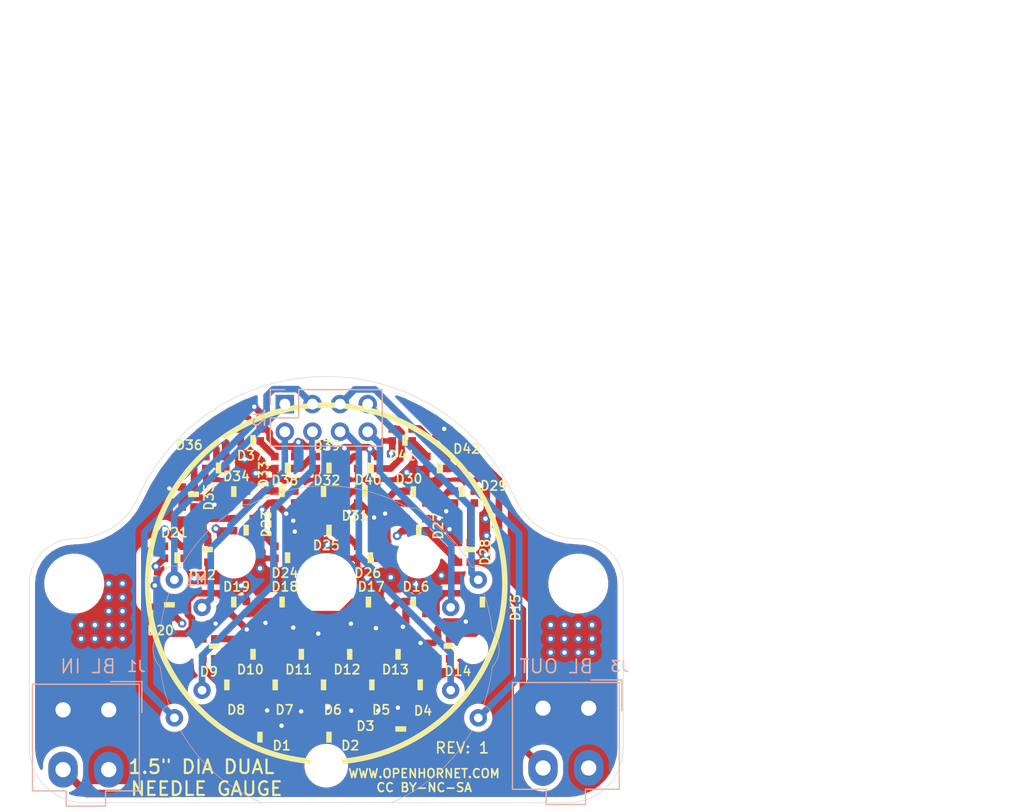
<source format=kicad_pcb>
(kicad_pcb (version 20171130) (host pcbnew "(5.1.9)-1")
  (layers (0 F.Cu mixed) (1 In1.Cu power) (2 In2.Cu power) (31 B.Cu mixed) (34 B.Paste user) (35 F.Paste user) (36 B.SilkS user) (37 F.SilkS user) (38 B.Mask user) (39 F.Mask user) (44 Edge.Cuts user))
  (net 0 "")
  (net 1 /COIL4)
  (net 2 /COIL3)
  (net 3 /COIL2)
  (net 4 /COIL1)
  (net 5 "Net-(D1-Pad1)")
  (net 6 /LED+5V)
  (net 7 /DIN)
  (net 8 /LEDGND)
  (net 9 "Net-(D2-Pad1)")
  (net 10 "Net-(D3-Pad1)")
  (net 11 "Net-(D4-Pad1)")
  (net 12 /DOUT1)
  (net 13 "Net-(D6-Pad1)")
  (net 14 "Net-(D7-Pad1)")
  (net 15 "Net-(D8-Pad1)")
  (net 16 "Net-(D10-Pad3)")
  (net 17 /DOUT2)
  (net 18 "Net-(D11-Pad1)")
  (net 19 "Net-(D12-Pad1)")
  (net 20 "Net-(D13-Pad1)")
  (net 21 "Net-(D14-Pad1)")
  (net 22 /DOUT)
  (net 23 /COIL5)
  (net 24 /COIL6)
  (net 25 /COIL7)
  (net 26 /COIL8)
  (net 27 "Net-(D5-Pad1)")
  (net 28 "Net-(D15-Pad1)")
  (net 29 "Net-(D16-Pad1)")
  (net 30 "Net-(D17-Pad1)")
  (net 31 "Net-(D18-Pad1)")
  (net 32 "Net-(D19-Pad1)")
  (net 33 "Net-(D21-Pad1)")
  (net 34 "Net-(D22-Pad1)")
  (net 35 "Net-(D23-Pad1)")
  (net 36 "Net-(D24-Pad1)")
  (net 37 "Net-(D25-Pad1)")
  (net 38 "Net-(D26-Pad1)")
  (net 39 "Net-(D27-Pad1)")
  (net 40 "Net-(D28-Pad1)")
  (net 41 "Net-(D29-Pad1)")
  (net 42 /DOUT3)
  (net 43 "Net-(D31-Pad1)")
  (net 44 "Net-(D32-Pad1)")
  (net 45 "Net-(D33-Pad1)")
  (net 46 "Net-(D34-Pad1)")
  (net 47 "Net-(D35-Pad1)")
  (net 48 "Net-(D36-Pad1)")
  (net 49 "Net-(D37-Pad1)")
  (net 50 "Net-(D38-Pad1)")
  (net 51 "Net-(D39-Pad1)")
  (net 52 /DOUT4)
  (net 53 "Net-(D41-Pad1)")
  (module "KiCAD Libraries:WS2812-2020" (layer F.Cu) (at 192.351841 107.607866)
    (fp_text reference D42 (at 2.74 -1.255) (layer F.SilkS) (effects (font (size 0.85 0.85))))
    (fp_text value WS2812B-2020 hide)
    (pad 4 smd rect (at -0.915 0.55) (size 0.7 0.7) (layers F.Cu F.Paste F.Mask) (net 8 /LEDGND))
    (pad 3 smd rect (at -0.915 -0.55) (size 0.7 0.7) (layers F.Cu F.Paste F.Mask) (net 53 "Net-(D41-Pad1)"))
    (pad 2 smd rect (at 0.915 -0.55) (size 0.7 0.7) (layers F.Cu F.Paste F.Mask) (net 6 /LED+5V))
    (pad 1 smd rect (at 0.915 0.55) (size 0.7 0.7) (layers F.Cu F.Paste F.Mask) (net 22 /DOUT))
  )
  (module "KiCAD Libraries:WS2812-2020" (layer F.Cu) (at 189.176841 105.067866)
    (fp_text reference D41 (at 0 1.905) (layer F.SilkS) (effects (font (size 0.85 0.85))))
    (fp_text value WS2812B-2020 hide)
    (pad 4 smd rect (at -0.915 0.55) (size 0.7 0.7) (layers F.Cu F.Paste F.Mask) (net 8 /LEDGND))
    (pad 3 smd rect (at -0.915 -0.55) (size 0.7 0.7) (layers F.Cu F.Paste F.Mask) (net 52 /DOUT4))
    (pad 2 smd rect (at 0.915 -0.55) (size 0.7 0.7) (layers F.Cu F.Paste F.Mask) (net 6 /LED+5V))
    (pad 1 smd rect (at 0.915 0.55) (size 0.7 0.7) (layers F.Cu F.Paste F.Mask) (net 53 "Net-(D41-Pad1)"))
  )
  (module "KiCAD Libraries:WS2812-2020" (layer F.Cu) (at 186.001841 107.607866)
    (fp_text reference D40 (at 0.04 1.595) (layer F.SilkS) (effects (font (size 0.85 0.85))))
    (fp_text value WS2812B-2020 hide)
    (pad 4 smd rect (at -0.915 0.55) (size 0.7 0.7) (layers F.Cu F.Paste F.Mask) (net 8 /LEDGND))
    (pad 3 smd rect (at -0.915 -0.55) (size 0.7 0.7) (layers F.Cu F.Paste F.Mask) (net 51 "Net-(D39-Pad1)"))
    (pad 2 smd rect (at 0.915 -0.55) (size 0.7 0.7) (layers F.Cu F.Paste F.Mask) (net 6 /LED+5V))
    (pad 1 smd rect (at 0.915 0.55) (size 0.7 0.7) (layers F.Cu F.Paste F.Mask) (net 52 /DOUT4))
  )
  (module "KiCAD Libraries:WS2812-2020" (layer F.Cu) (at 182.191841 107.607866)
    (fp_text reference D39 (at 0.05 -1.555) (layer F.SilkS) (effects (font (size 0.85 0.85))))
    (fp_text value WS2812B-2020 hide)
    (pad 4 smd rect (at -0.915 0.55) (size 0.7 0.7) (layers F.Cu F.Paste F.Mask) (net 8 /LEDGND))
    (pad 3 smd rect (at -0.915 -0.55) (size 0.7 0.7) (layers F.Cu F.Paste F.Mask) (net 50 "Net-(D38-Pad1)"))
    (pad 2 smd rect (at 0.915 -0.55) (size 0.7 0.7) (layers F.Cu F.Paste F.Mask) (net 6 /LED+5V))
    (pad 1 smd rect (at 0.915 0.55) (size 0.7 0.7) (layers F.Cu F.Paste F.Mask) (net 51 "Net-(D39-Pad1)"))
  )
  (module "KiCAD Libraries:WS2812-2020" (layer F.Cu) (at 178.381841 107.607866)
    (fp_text reference D38 (at 0 1.645) (layer F.SilkS) (effects (font (size 0.85 0.85))))
    (fp_text value WS2812B-2020 hide)
    (pad 4 smd rect (at -0.915 0.55) (size 0.7 0.7) (layers F.Cu F.Paste F.Mask) (net 8 /LEDGND))
    (pad 3 smd rect (at -0.915 -0.55) (size 0.7 0.7) (layers F.Cu F.Paste F.Mask) (net 49 "Net-(D37-Pad1)"))
    (pad 2 smd rect (at 0.915 -0.55) (size 0.7 0.7) (layers F.Cu F.Paste F.Mask) (net 6 /LED+5V))
    (pad 1 smd rect (at 0.915 0.55) (size 0.7 0.7) (layers F.Cu F.Paste F.Mask) (net 50 "Net-(D38-Pad1)"))
  )
  (module "KiCAD Libraries:WS2812-2020" (layer F.Cu) (at 175.206841 105.067866)
    (fp_text reference D37 (at 0 1.905) (layer F.SilkS) (effects (font (size 0.85 0.85))))
    (fp_text value WS2812B-2020 hide)
    (pad 4 smd rect (at -0.915 0.55) (size 0.7 0.7) (layers F.Cu F.Paste F.Mask) (net 8 /LEDGND))
    (pad 3 smd rect (at -0.915 -0.55) (size 0.7 0.7) (layers F.Cu F.Paste F.Mask) (net 48 "Net-(D36-Pad1)"))
    (pad 2 smd rect (at 0.915 -0.55) (size 0.7 0.7) (layers F.Cu F.Paste F.Mask) (net 6 /LED+5V))
    (pad 1 smd rect (at 0.915 0.55) (size 0.7 0.7) (layers F.Cu F.Paste F.Mask) (net 49 "Net-(D37-Pad1)"))
  )
  (module "KiCAD Libraries:WS2812-2020" (layer F.Cu) (at 172.031841 107.607866)
    (fp_text reference D36 (at -2.44 -1.605) (layer F.SilkS) (effects (font (size 0.85 0.85))))
    (fp_text value WS2812B-2020 hide)
    (pad 4 smd rect (at -0.915 0.55) (size 0.7 0.7) (layers F.Cu F.Paste F.Mask) (net 8 /LEDGND))
    (pad 3 smd rect (at -0.915 -0.55) (size 0.7 0.7) (layers F.Cu F.Paste F.Mask) (net 47 "Net-(D35-Pad1)"))
    (pad 2 smd rect (at 0.915 -0.55) (size 0.7 0.7) (layers F.Cu F.Paste F.Mask) (net 6 /LED+5V))
    (pad 1 smd rect (at 0.915 0.55) (size 0.7 0.7) (layers F.Cu F.Paste F.Mask) (net 48 "Net-(D36-Pad1)"))
  )
  (module "KiCAD Libraries:WS2812-2020" (layer F.Cu) (at 169.491841 110.782866 90)
    (fp_text reference D35 (at 0 1.905 90) (layer F.SilkS) (effects (font (size 0.85 0.85))))
    (fp_text value WS2812B-2020 hide)
    (pad 4 smd rect (at -0.915 0.55 90) (size 0.7 0.7) (layers F.Cu F.Paste F.Mask) (net 8 /LEDGND))
    (pad 3 smd rect (at -0.915 -0.55 90) (size 0.7 0.7) (layers F.Cu F.Paste F.Mask) (net 46 "Net-(D34-Pad1)"))
    (pad 2 smd rect (at 0.915 -0.55 90) (size 0.7 0.7) (layers F.Cu F.Paste F.Mask) (net 6 /LED+5V))
    (pad 1 smd rect (at 0.915 0.55 90) (size 0.7 0.7) (layers F.Cu F.Paste F.Mask) (net 47 "Net-(D35-Pad1)"))
  )
  (module "KiCAD Libraries:WS2812-2020" (layer F.Cu) (at 173.936841 110.782866 180)
    (fp_text reference D34 (at 0 1.905) (layer F.SilkS) (effects (font (size 0.85 0.85))))
    (fp_text value WS2812B-2020 hide)
    (pad 4 smd rect (at -0.915 0.55 180) (size 0.7 0.7) (layers F.Cu F.Paste F.Mask) (net 8 /LEDGND))
    (pad 3 smd rect (at -0.915 -0.55 180) (size 0.7 0.7) (layers F.Cu F.Paste F.Mask) (net 45 "Net-(D33-Pad1)"))
    (pad 2 smd rect (at 0.915 -0.55 180) (size 0.7 0.7) (layers F.Cu F.Paste F.Mask) (net 6 /LED+5V))
    (pad 1 smd rect (at 0.915 0.55 180) (size 0.7 0.7) (layers F.Cu F.Paste F.Mask) (net 46 "Net-(D34-Pad1)"))
  )
  (module "KiCAD Libraries:WS2812-2020" (layer F.Cu) (at 178.381841 110.782866 180)
    (fp_text reference D33 (at 1.94 2.08 90) (layer F.SilkS) (effects (font (size 0.85 0.85))))
    (fp_text value WS2812B-2020 hide)
    (pad 4 smd rect (at -0.915 0.55 180) (size 0.7 0.7) (layers F.Cu F.Paste F.Mask) (net 8 /LEDGND))
    (pad 3 smd rect (at -0.915 -0.55 180) (size 0.7 0.7) (layers F.Cu F.Paste F.Mask) (net 44 "Net-(D32-Pad1)"))
    (pad 2 smd rect (at 0.915 -0.55 180) (size 0.7 0.7) (layers F.Cu F.Paste F.Mask) (net 6 /LED+5V))
    (pad 1 smd rect (at 0.915 0.55 180) (size 0.7 0.7) (layers F.Cu F.Paste F.Mask) (net 45 "Net-(D33-Pad1)"))
  )
  (module "KiCAD Libraries:WS2812-2020" (layer F.Cu) (at 182.191841 110.782866 180)
    (fp_text reference D32 (at -0.05 1.53) (layer F.SilkS) (effects (font (size 0.85 0.85))))
    (fp_text value WS2812B-2020 hide)
    (pad 4 smd rect (at -0.915 0.55 180) (size 0.7 0.7) (layers F.Cu F.Paste F.Mask) (net 8 /LEDGND))
    (pad 3 smd rect (at -0.915 -0.55 180) (size 0.7 0.7) (layers F.Cu F.Paste F.Mask) (net 43 "Net-(D31-Pad1)"))
    (pad 2 smd rect (at 0.915 -0.55 180) (size 0.7 0.7) (layers F.Cu F.Paste F.Mask) (net 6 /LED+5V))
    (pad 1 smd rect (at 0.915 0.55 180) (size 0.7 0.7) (layers F.Cu F.Paste F.Mask) (net 44 "Net-(D32-Pad1)"))
  )
  (module "KiCAD Libraries:WS2812-2020" (layer F.Cu) (at 186.001841 110.782866 180)
    (fp_text reference D31 (at 1.16 -1.72) (layer F.SilkS) (effects (font (size 0.85 0.85))))
    (fp_text value WS2812B-2020 hide)
    (pad 4 smd rect (at -0.915 0.55 180) (size 0.7 0.7) (layers F.Cu F.Paste F.Mask) (net 8 /LEDGND))
    (pad 3 smd rect (at -0.915 -0.55 180) (size 0.7 0.7) (layers F.Cu F.Paste F.Mask) (net 42 /DOUT3))
    (pad 2 smd rect (at 0.915 -0.55 180) (size 0.7 0.7) (layers F.Cu F.Paste F.Mask) (net 6 /LED+5V))
    (pad 1 smd rect (at 0.915 0.55 180) (size 0.7 0.7) (layers F.Cu F.Paste F.Mask) (net 43 "Net-(D31-Pad1)"))
  )
  (module "KiCAD Libraries:WS2812-2020" (layer F.Cu) (at 190.446841 110.782866 180)
    (fp_text reference D30 (at 0.655 1.68) (layer F.SilkS) (effects (font (size 0.85 0.85))))
    (fp_text value WS2812B-2020 hide)
    (pad 4 smd rect (at -0.915 0.55 180) (size 0.7 0.7) (layers F.Cu F.Paste F.Mask) (net 8 /LEDGND))
    (pad 3 smd rect (at -0.915 -0.55 180) (size 0.7 0.7) (layers F.Cu F.Paste F.Mask) (net 41 "Net-(D29-Pad1)"))
    (pad 2 smd rect (at 0.915 -0.55 180) (size 0.7 0.7) (layers F.Cu F.Paste F.Mask) (net 6 /LED+5V))
    (pad 1 smd rect (at 0.915 0.55 180) (size 0.7 0.7) (layers F.Cu F.Paste F.Mask) (net 42 /DOUT3))
  )
  (module "KiCAD Libraries:WS2812-2020" (layer F.Cu) (at 194.891841 110.782866 180)
    (fp_text reference D29 (at -2.7 1.03 180) (layer F.SilkS) (effects (font (size 0.85 0.85))))
    (fp_text value WS2812B-2020 hide)
    (pad 4 smd rect (at -0.915 0.55 180) (size 0.7 0.7) (layers F.Cu F.Paste F.Mask) (net 8 /LEDGND))
    (pad 3 smd rect (at -0.915 -0.55 180) (size 0.7 0.7) (layers F.Cu F.Paste F.Mask) (net 40 "Net-(D28-Pad1)"))
    (pad 2 smd rect (at 0.915 -0.55 180) (size 0.7 0.7) (layers F.Cu F.Paste F.Mask) (net 6 /LED+5V))
    (pad 1 smd rect (at 0.915 0.55 180) (size 0.7 0.7) (layers F.Cu F.Paste F.Mask) (net 41 "Net-(D29-Pad1)"))
  )
  (module "KiCAD Libraries:WS2812-2020" (layer F.Cu) (at 194.891841 115.862866 90)
    (fp_text reference D28 (at 0 1.905 90) (layer F.SilkS) (effects (font (size 0.85 0.85))))
    (fp_text value WS2812B-2020 hide)
    (pad 4 smd rect (at -0.915 0.55 90) (size 0.7 0.7) (layers F.Cu F.Paste F.Mask) (net 8 /LEDGND))
    (pad 3 smd rect (at -0.915 -0.55 90) (size 0.7 0.7) (layers F.Cu F.Paste F.Mask) (net 39 "Net-(D27-Pad1)"))
    (pad 2 smd rect (at 0.915 -0.55 90) (size 0.7 0.7) (layers F.Cu F.Paste F.Mask) (net 6 /LED+5V))
    (pad 1 smd rect (at 0.915 0.55 90) (size 0.7 0.7) (layers F.Cu F.Paste F.Mask) (net 40 "Net-(D28-Pad1)"))
  )
  (module "KiCAD Libraries:WS2812-2020" (layer F.Cu) (at 190.446841 113.322866)
    (fp_text reference D27 (at 2.045 0.13 90) (layer F.SilkS) (effects (font (size 0.85 0.85))))
    (fp_text value WS2812B-2020 hide)
    (pad 4 smd rect (at -0.915 0.55) (size 0.7 0.7) (layers F.Cu F.Paste F.Mask) (net 8 /LEDGND))
    (pad 3 smd rect (at -0.915 -0.55) (size 0.7 0.7) (layers F.Cu F.Paste F.Mask) (net 38 "Net-(D26-Pad1)"))
    (pad 2 smd rect (at 0.915 -0.55) (size 0.7 0.7) (layers F.Cu F.Paste F.Mask) (net 6 /LED+5V))
    (pad 1 smd rect (at 0.915 0.55) (size 0.7 0.7) (layers F.Cu F.Paste F.Mask) (net 39 "Net-(D27-Pad1)"))
  )
  (module "KiCAD Libraries:WS2812-2020" (layer F.Cu) (at 186.001841 115.862866)
    (fp_text reference D26 (at 0 1.905) (layer F.SilkS) (effects (font (size 0.85 0.85))))
    (fp_text value WS2812B-2020 hide)
    (pad 4 smd rect (at -0.915 0.55) (size 0.7 0.7) (layers F.Cu F.Paste F.Mask) (net 8 /LEDGND))
    (pad 3 smd rect (at -0.915 -0.55) (size 0.7 0.7) (layers F.Cu F.Paste F.Mask) (net 37 "Net-(D25-Pad1)"))
    (pad 2 smd rect (at 0.915 -0.55) (size 0.7 0.7) (layers F.Cu F.Paste F.Mask) (net 6 /LED+5V))
    (pad 1 smd rect (at 0.915 0.55) (size 0.7 0.7) (layers F.Cu F.Paste F.Mask) (net 38 "Net-(D26-Pad1)"))
  )
  (module "KiCAD Libraries:WS2812-2020" (layer F.Cu) (at 167.269341 120.942866 90)
    (fp_text reference D20 (at -2.11 -0.33 180) (layer F.SilkS) (effects (font (size 0.85 0.85))))
    (fp_text value WS2812B-2020 hide)
    (pad 4 smd rect (at -0.915 0.55 90) (size 0.7 0.7) (layers F.Cu F.Paste F.Mask) (net 8 /LEDGND))
    (pad 3 smd rect (at -0.915 -0.55 90) (size 0.7 0.7) (layers F.Cu F.Paste F.Mask) (net 32 "Net-(D19-Pad1)"))
    (pad 2 smd rect (at 0.915 -0.55 90) (size 0.7 0.7) (layers F.Cu F.Paste F.Mask) (net 6 /LED+5V))
    (pad 1 smd rect (at 0.915 0.55 90) (size 0.7 0.7) (layers F.Cu F.Paste F.Mask) (net 17 /DOUT2))
  )
  (module "KiCAD Libraries:WS2812-2020" (layer F.Cu) (at 173.936841 120.942866 180)
    (fp_text reference D19 (at 0 1.905) (layer F.SilkS) (effects (font (size 0.85 0.85))))
    (fp_text value WS2812B-2020 hide)
    (pad 4 smd rect (at -0.915 0.55 180) (size 0.7 0.7) (layers F.Cu F.Paste F.Mask) (net 8 /LEDGND))
    (pad 3 smd rect (at -0.915 -0.55 180) (size 0.7 0.7) (layers F.Cu F.Paste F.Mask) (net 31 "Net-(D18-Pad1)"))
    (pad 2 smd rect (at 0.915 -0.55 180) (size 0.7 0.7) (layers F.Cu F.Paste F.Mask) (net 6 /LED+5V))
    (pad 1 smd rect (at 0.915 0.55 180) (size 0.7 0.7) (layers F.Cu F.Paste F.Mask) (net 32 "Net-(D19-Pad1)"))
  )
  (module "KiCAD Libraries:WS2812-2020" (layer F.Cu) (at 178.381841 120.942866 180)
    (fp_text reference D18 (at 0 1.905) (layer F.SilkS) (effects (font (size 0.85 0.85))))
    (fp_text value WS2812B-2020 hide)
    (pad 4 smd rect (at -0.915 0.55 180) (size 0.7 0.7) (layers F.Cu F.Paste F.Mask) (net 8 /LEDGND))
    (pad 3 smd rect (at -0.915 -0.55 180) (size 0.7 0.7) (layers F.Cu F.Paste F.Mask) (net 30 "Net-(D17-Pad1)"))
    (pad 2 smd rect (at 0.915 -0.55 180) (size 0.7 0.7) (layers F.Cu F.Paste F.Mask) (net 6 /LED+5V))
    (pad 1 smd rect (at 0.915 0.55 180) (size 0.7 0.7) (layers F.Cu F.Paste F.Mask) (net 31 "Net-(D18-Pad1)"))
  )
  (module "KiCAD Libraries:WS2812-2020" (layer F.Cu) (at 186.319341 120.942866 180)
    (fp_text reference D17 (at 0 1.905) (layer F.SilkS) (effects (font (size 0.85 0.85))))
    (fp_text value WS2812B-2020 hide)
    (pad 4 smd rect (at -0.915 0.55 180) (size 0.7 0.7) (layers F.Cu F.Paste F.Mask) (net 8 /LEDGND))
    (pad 3 smd rect (at -0.915 -0.55 180) (size 0.7 0.7) (layers F.Cu F.Paste F.Mask) (net 29 "Net-(D16-Pad1)"))
    (pad 2 smd rect (at 0.915 -0.55 180) (size 0.7 0.7) (layers F.Cu F.Paste F.Mask) (net 6 /LED+5V))
    (pad 1 smd rect (at 0.915 0.55 180) (size 0.7 0.7) (layers F.Cu F.Paste F.Mask) (net 30 "Net-(D17-Pad1)"))
  )
  (module "KiCAD Libraries:WS2812-2020" (layer F.Cu) (at 190.446841 120.942866 180)
    (fp_text reference D16 (at 0 1.905) (layer F.SilkS) (effects (font (size 0.85 0.85))))
    (fp_text value WS2812B-2020 hide)
    (pad 4 smd rect (at -0.915 0.55 180) (size 0.7 0.7) (layers F.Cu F.Paste F.Mask) (net 8 /LEDGND))
    (pad 3 smd rect (at -0.915 -0.55 180) (size 0.7 0.7) (layers F.Cu F.Paste F.Mask) (net 28 "Net-(D15-Pad1)"))
    (pad 2 smd rect (at 0.915 -0.55 180) (size 0.7 0.7) (layers F.Cu F.Paste F.Mask) (net 6 /LED+5V))
    (pad 1 smd rect (at 0.915 0.55 180) (size 0.7 0.7) (layers F.Cu F.Paste F.Mask) (net 29 "Net-(D16-Pad1)"))
  )
  (module "KiCAD Libraries:WS2812-2020" (layer F.Cu) (at 192.986841 124.752866 90)
    (fp_text reference D14 (at -2.05 1.305 180) (layer F.SilkS) (effects (font (size 0.85 0.85))))
    (fp_text value WS2812B-2020 hide)
    (pad 4 smd rect (at -0.915 0.55 90) (size 0.7 0.7) (layers F.Cu F.Paste F.Mask) (net 8 /LEDGND))
    (pad 3 smd rect (at -0.915 -0.55 90) (size 0.7 0.7) (layers F.Cu F.Paste F.Mask) (net 20 "Net-(D13-Pad1)"))
    (pad 2 smd rect (at 0.915 -0.55 90) (size 0.7 0.7) (layers F.Cu F.Paste F.Mask) (net 6 /LED+5V))
    (pad 1 smd rect (at 0.915 0.55 90) (size 0.7 0.7) (layers F.Cu F.Paste F.Mask) (net 21 "Net-(D14-Pad1)"))
  )
  (module "KiCAD Libraries:WS2812-2020" (layer F.Cu) (at 188.541841 124.752866)
    (fp_text reference D13 (at 0 1.905) (layer F.SilkS) (effects (font (size 0.85 0.85))))
    (fp_text value WS2812B-2020 hide)
    (pad 4 smd rect (at -0.915 0.55) (size 0.7 0.7) (layers F.Cu F.Paste F.Mask) (net 8 /LEDGND))
    (pad 3 smd rect (at -0.915 -0.55) (size 0.7 0.7) (layers F.Cu F.Paste F.Mask) (net 19 "Net-(D12-Pad1)"))
    (pad 2 smd rect (at 0.915 -0.55) (size 0.7 0.7) (layers F.Cu F.Paste F.Mask) (net 6 /LED+5V))
    (pad 1 smd rect (at 0.915 0.55) (size 0.7 0.7) (layers F.Cu F.Paste F.Mask) (net 20 "Net-(D13-Pad1)"))
  )
  (module "KiCAD Libraries:WS2812-2020" (layer F.Cu) (at 184.096841 124.752866)
    (fp_text reference D12 (at 0 1.905) (layer F.SilkS) (effects (font (size 0.85 0.85))))
    (fp_text value WS2812B-2020 hide)
    (pad 4 smd rect (at -0.915 0.55) (size 0.7 0.7) (layers F.Cu F.Paste F.Mask) (net 8 /LEDGND))
    (pad 3 smd rect (at -0.915 -0.55) (size 0.7 0.7) (layers F.Cu F.Paste F.Mask) (net 18 "Net-(D11-Pad1)"))
    (pad 2 smd rect (at 0.915 -0.55) (size 0.7 0.7) (layers F.Cu F.Paste F.Mask) (net 6 /LED+5V))
    (pad 1 smd rect (at 0.915 0.55) (size 0.7 0.7) (layers F.Cu F.Paste F.Mask) (net 19 "Net-(D12-Pad1)"))
  )
  (module "KiCAD Libraries:WS2812-2020" (layer F.Cu) (at 179.651841 124.752866)
    (fp_text reference D11 (at 0 1.905) (layer F.SilkS) (effects (font (size 0.85 0.85))))
    (fp_text value WS2812B-2020 hide)
    (pad 4 smd rect (at -0.915 0.55) (size 0.7 0.7) (layers F.Cu F.Paste F.Mask) (net 8 /LEDGND))
    (pad 3 smd rect (at -0.915 -0.55) (size 0.7 0.7) (layers F.Cu F.Paste F.Mask) (net 12 /DOUT1))
    (pad 2 smd rect (at 0.915 -0.55) (size 0.7 0.7) (layers F.Cu F.Paste F.Mask) (net 6 /LED+5V))
    (pad 1 smd rect (at 0.915 0.55) (size 0.7 0.7) (layers F.Cu F.Paste F.Mask) (net 18 "Net-(D11-Pad1)"))
  )
  (module "KiCAD Libraries:WS2812-2020" (layer F.Cu) (at 175.206841 124.752866)
    (fp_text reference D10 (at 0 1.905) (layer F.SilkS) (effects (font (size 0.85 0.85))))
    (fp_text value WS2812B-2020 hide)
    (pad 4 smd rect (at -0.915 0.55) (size 0.7 0.7) (layers F.Cu F.Paste F.Mask) (net 8 /LEDGND))
    (pad 3 smd rect (at -0.915 -0.55) (size 0.7 0.7) (layers F.Cu F.Paste F.Mask) (net 16 "Net-(D10-Pad3)"))
    (pad 2 smd rect (at 0.915 -0.55) (size 0.7 0.7) (layers F.Cu F.Paste F.Mask) (net 6 /LED+5V))
    (pad 1 smd rect (at 0.915 0.55) (size 0.7 0.7) (layers F.Cu F.Paste F.Mask) (net 12 /DOUT1))
  )
  (module "KiCAD Libraries:WS2812-2020" (layer F.Cu) (at 171.396841 124.752866 90)
    (fp_text reference D9 (at -2.1 -0.005 180) (layer F.SilkS) (effects (font (size 0.85 0.85))))
    (fp_text value WS2812B-2020 hide)
    (pad 4 smd rect (at -0.915 0.55 90) (size 0.7 0.7) (layers F.Cu F.Paste F.Mask) (net 8 /LEDGND))
    (pad 3 smd rect (at -0.915 -0.55 90) (size 0.7 0.7) (layers F.Cu F.Paste F.Mask) (net 15 "Net-(D8-Pad1)"))
    (pad 2 smd rect (at 0.915 -0.55 90) (size 0.7 0.7) (layers F.Cu F.Paste F.Mask) (net 6 /LED+5V))
    (pad 1 smd rect (at 0.915 0.55 90) (size 0.7 0.7) (layers F.Cu F.Paste F.Mask) (net 16 "Net-(D10-Pad3)"))
  )
  (module "KiCAD Libraries:WS2812-2020" (layer F.Cu) (at 173.301841 128.562866 180)
    (fp_text reference D8 (at -0.6 -1.795) (layer F.SilkS) (effects (font (size 0.85 0.85))))
    (fp_text value WS2812B-2020 hide)
    (pad 4 smd rect (at -0.915 0.55 180) (size 0.7 0.7) (layers F.Cu F.Paste F.Mask) (net 8 /LEDGND))
    (pad 3 smd rect (at -0.915 -0.55 180) (size 0.7 0.7) (layers F.Cu F.Paste F.Mask) (net 14 "Net-(D7-Pad1)"))
    (pad 2 smd rect (at 0.915 -0.55 180) (size 0.7 0.7) (layers F.Cu F.Paste F.Mask) (net 6 /LED+5V))
    (pad 1 smd rect (at 0.915 0.55 180) (size 0.7 0.7) (layers F.Cu F.Paste F.Mask) (net 15 "Net-(D8-Pad1)"))
  )
  (module "KiCAD Libraries:WS2812-2020" (layer F.Cu) (at 177.746841 128.562866 180)
    (fp_text reference D7 (at -0.6 -1.795) (layer F.SilkS) (effects (font (size 0.85 0.85))))
    (fp_text value WS2812B-2020 hide)
    (pad 4 smd rect (at -0.915 0.55 180) (size 0.7 0.7) (layers F.Cu F.Paste F.Mask) (net 8 /LEDGND))
    (pad 3 smd rect (at -0.915 -0.55 180) (size 0.7 0.7) (layers F.Cu F.Paste F.Mask) (net 13 "Net-(D6-Pad1)"))
    (pad 2 smd rect (at 0.915 -0.55 180) (size 0.7 0.7) (layers F.Cu F.Paste F.Mask) (net 6 /LED+5V))
    (pad 1 smd rect (at 0.915 0.55 180) (size 0.7 0.7) (layers F.Cu F.Paste F.Mask) (net 14 "Net-(D7-Pad1)"))
  )
  (module "KiCAD Libraries:WS2812-2020" (layer F.Cu) (at 182.191841 128.562866 180)
    (fp_text reference D6 (at -0.6 -1.795) (layer F.SilkS) (effects (font (size 0.85 0.85))))
    (fp_text value WS2812B-2020 hide)
    (pad 4 smd rect (at -0.915 0.55 180) (size 0.7 0.7) (layers F.Cu F.Paste F.Mask) (net 8 /LEDGND))
    (pad 3 smd rect (at -0.915 -0.55 180) (size 0.7 0.7) (layers F.Cu F.Paste F.Mask) (net 27 "Net-(D5-Pad1)"))
    (pad 2 smd rect (at 0.915 -0.55 180) (size 0.7 0.7) (layers F.Cu F.Paste F.Mask) (net 6 /LED+5V))
    (pad 1 smd rect (at 0.915 0.55 180) (size 0.7 0.7) (layers F.Cu F.Paste F.Mask) (net 13 "Net-(D6-Pad1)"))
  )
  (module "KiCAD Libraries:WS2812-2020" (layer F.Cu) (at 186.636841 128.562866 180)
    (fp_text reference D5 (at -0.6 -1.795) (layer F.SilkS) (effects (font (size 0.85 0.85))))
    (fp_text value WS2812B-2020 hide)
    (pad 4 smd rect (at -0.915 0.55 180) (size 0.7 0.7) (layers F.Cu F.Paste F.Mask) (net 8 /LEDGND))
    (pad 3 smd rect (at -0.915 -0.55 180) (size 0.7 0.7) (layers F.Cu F.Paste F.Mask) (net 11 "Net-(D4-Pad1)"))
    (pad 2 smd rect (at 0.915 -0.55 180) (size 0.7 0.7) (layers F.Cu F.Paste F.Mask) (net 6 /LED+5V))
    (pad 1 smd rect (at 0.915 0.55 180) (size 0.7 0.7) (layers F.Cu F.Paste F.Mask) (net 27 "Net-(D5-Pad1)"))
  )
  (module "KiCAD Libraries:WS2812-2020" (layer F.Cu) (at 191.081841 128.562866 180)
    (fp_text reference D4 (at 0 -1.89) (layer F.SilkS) (effects (font (size 0.85 0.85))))
    (fp_text value WS2812B-2020 hide)
    (pad 4 smd rect (at -0.915 0.55 180) (size 0.7 0.7) (layers F.Cu F.Paste F.Mask) (net 8 /LEDGND))
    (pad 3 smd rect (at -0.915 -0.55 180) (size 0.7 0.7) (layers F.Cu F.Paste F.Mask) (net 10 "Net-(D3-Pad1)"))
    (pad 2 smd rect (at 0.915 -0.55 180) (size 0.7 0.7) (layers F.Cu F.Paste F.Mask) (net 6 /LED+5V))
    (pad 1 smd rect (at 0.915 0.55 180) (size 0.7 0.7) (layers F.Cu F.Paste F.Mask) (net 11 "Net-(D4-Pad1)"))
  )
  (module "KiCAD Libraries:WS2812-2020" (layer F.Cu) (at 188.541841 132.372866 90)
    (fp_text reference D3 (at 0.52 -2.75 180) (layer F.SilkS) (effects (font (size 0.85 0.85))))
    (fp_text value WS2812B-2020 hide)
    (pad 4 smd rect (at -0.915 0.55 90) (size 0.7 0.7) (layers F.Cu F.Paste F.Mask) (net 8 /LEDGND))
    (pad 3 smd rect (at -0.915 -0.55 90) (size 0.7 0.7) (layers F.Cu F.Paste F.Mask) (net 9 "Net-(D2-Pad1)"))
    (pad 2 smd rect (at 0.915 -0.55 90) (size 0.7 0.7) (layers F.Cu F.Paste F.Mask) (net 6 /LED+5V))
    (pad 1 smd rect (at 0.915 0.55 90) (size 0.7 0.7) (layers F.Cu F.Paste F.Mask) (net 10 "Net-(D3-Pad1)"))
  )
  (module "KiCAD Libraries:WS2812-2020" (layer F.Cu) (at 182.191841 132.372866)
    (fp_text reference D2 (at 2.2 1.28) (layer F.SilkS) (effects (font (size 0.85 0.85))))
    (fp_text value WS2812B-2020 hide)
    (pad 4 smd rect (at -0.915 0.55) (size 0.7 0.7) (layers F.Cu F.Paste F.Mask) (net 8 /LEDGND))
    (pad 3 smd rect (at -0.915 -0.55) (size 0.7 0.7) (layers F.Cu F.Paste F.Mask) (net 5 "Net-(D1-Pad1)"))
    (pad 2 smd rect (at 0.915 -0.55) (size 0.7 0.7) (layers F.Cu F.Paste F.Mask) (net 6 /LED+5V))
    (pad 1 smd rect (at 0.915 0.55) (size 0.7 0.7) (layers F.Cu F.Paste F.Mask) (net 9 "Net-(D2-Pad1)"))
  )
  (module "KiCAD Libraries:WS2812-2020" (layer F.Cu) (at 175.841841 132.372866)
    (fp_text reference D1 (at 2.25 1.28) (layer F.SilkS) (effects (font (size 0.85 0.85))))
    (fp_text value WS2812B-2020 hide)
    (pad 4 smd rect (at -0.915 0.55) (size 0.7 0.7) (layers F.Cu F.Paste F.Mask) (net 8 /LEDGND))
    (pad 3 smd rect (at -0.915 -0.55) (size 0.7 0.7) (layers F.Cu F.Paste F.Mask) (net 7 /DIN))
    (pad 2 smd rect (at 0.915 -0.55) (size 0.7 0.7) (layers F.Cu F.Paste F.Mask) (net 6 /LED+5V))
    (pad 1 smd rect (at 0.915 0.55) (size 0.7 0.7) (layers F.Cu F.Paste F.Mask) (net 5 "Net-(D1-Pad1)"))
  )
  (module "KiCAD Libraries:WS2812-2020" (layer F.Cu) (at 182.191841 113.322866)
    (fp_text reference D25 (at 0 1.905) (layer F.SilkS) (effects (font (size 0.85 0.85))))
    (fp_text value WS2812B-2020 hide)
    (pad 4 smd rect (at -0.915 0.55) (size 0.7 0.7) (layers F.Cu F.Paste F.Mask) (net 8 /LEDGND))
    (pad 3 smd rect (at -0.915 -0.55) (size 0.7 0.7) (layers F.Cu F.Paste F.Mask) (net 36 "Net-(D24-Pad1)"))
    (pad 2 smd rect (at 0.915 -0.55) (size 0.7 0.7) (layers F.Cu F.Paste F.Mask) (net 6 /LED+5V))
    (pad 1 smd rect (at 0.915 0.55) (size 0.7 0.7) (layers F.Cu F.Paste F.Mask) (net 37 "Net-(D25-Pad1)"))
  )
  (module "KiCAD Libraries:WS2812-2020" (layer F.Cu) (at 178.381841 115.862866)
    (fp_text reference D24 (at 0 1.905) (layer F.SilkS) (effects (font (size 0.85 0.85))))
    (fp_text value WS2812B-2020 hide)
    (pad 4 smd rect (at -0.915 0.55) (size 0.7 0.7) (layers F.Cu F.Paste F.Mask) (net 8 /LEDGND))
    (pad 3 smd rect (at -0.915 -0.55) (size 0.7 0.7) (layers F.Cu F.Paste F.Mask) (net 35 "Net-(D23-Pad1)"))
    (pad 2 smd rect (at 0.915 -0.55) (size 0.7 0.7) (layers F.Cu F.Paste F.Mask) (net 6 /LED+5V))
    (pad 1 smd rect (at 0.915 0.55) (size 0.7 0.7) (layers F.Cu F.Paste F.Mask) (net 36 "Net-(D24-Pad1)"))
  )
  (module "KiCAD Libraries:WS2812-2020" (layer F.Cu) (at 174.571841 113.322866)
    (fp_text reference D23 (at 2.12 -0.07 90) (layer F.SilkS) (effects (font (size 0.85 0.85))))
    (fp_text value WS2812B-2020 hide)
    (pad 4 smd rect (at -0.915 0.55) (size 0.7 0.7) (layers F.Cu F.Paste F.Mask) (net 8 /LEDGND))
    (pad 3 smd rect (at -0.915 -0.55) (size 0.7 0.7) (layers F.Cu F.Paste F.Mask) (net 34 "Net-(D22-Pad1)"))
    (pad 2 smd rect (at 0.915 -0.55) (size 0.7 0.7) (layers F.Cu F.Paste F.Mask) (net 6 /LED+5V))
    (pad 1 smd rect (at 0.915 0.55) (size 0.7 0.7) (layers F.Cu F.Paste F.Mask) (net 35 "Net-(D23-Pad1)"))
  )
  (module "KiCAD Libraries:WS2812-2020" (layer F.Cu) (at 170.761841 115.862866 90)
    (fp_text reference D22 (at -2.09 0.03 180) (layer F.SilkS) (effects (font (size 0.85 0.85))))
    (fp_text value WS2812B-2020 hide)
    (pad 4 smd rect (at -0.915 0.55 90) (size 0.7 0.7) (layers F.Cu F.Paste F.Mask) (net 8 /LEDGND))
    (pad 3 smd rect (at -0.915 -0.55 90) (size 0.7 0.7) (layers F.Cu F.Paste F.Mask) (net 33 "Net-(D21-Pad1)"))
    (pad 2 smd rect (at 0.915 -0.55 90) (size 0.7 0.7) (layers F.Cu F.Paste F.Mask) (net 6 /LED+5V))
    (pad 1 smd rect (at 0.915 0.55 90) (size 0.7 0.7) (layers F.Cu F.Paste F.Mask) (net 34 "Net-(D22-Pad1)"))
  )
  (module "KiCAD Libraries:WS2812-2020" (layer F.Cu) (at 168.221841 115.862866)
    (fp_text reference D21 (at 0 -1.81) (layer F.SilkS) (effects (font (size 0.85 0.85))))
    (fp_text value WS2812B-2020 hide)
    (pad 4 smd rect (at -0.915 0.55) (size 0.7 0.7) (layers F.Cu F.Paste F.Mask) (net 8 /LEDGND))
    (pad 3 smd rect (at -0.915 -0.55) (size 0.7 0.7) (layers F.Cu F.Paste F.Mask) (net 17 /DOUT2))
    (pad 2 smd rect (at 0.915 -0.55) (size 0.7 0.7) (layers F.Cu F.Paste F.Mask) (net 6 /LED+5V))
    (pad 1 smd rect (at 0.915 0.55) (size 0.7 0.7) (layers F.Cu F.Paste F.Mask) (net 33 "Net-(D21-Pad1)"))
  )
  (module "KiCAD Libraries:WS2812-2020" (layer F.Cu) (at 196.796841 120.942866 180)
    (fp_text reference D15 (at -2.795 -0.01 90) (layer F.SilkS) (effects (font (size 0.85 0.85))))
    (fp_text value WS2812B-2020 hide)
    (pad 4 smd rect (at -0.915 0.55 180) (size 0.7 0.7) (layers F.Cu F.Paste F.Mask) (net 8 /LEDGND))
    (pad 3 smd rect (at -0.915 -0.55 180) (size 0.7 0.7) (layers F.Cu F.Paste F.Mask) (net 21 "Net-(D14-Pad1)"))
    (pad 2 smd rect (at 0.915 -0.55 180) (size 0.7 0.7) (layers F.Cu F.Paste F.Mask) (net 6 /LED+5V))
    (pad 1 smd rect (at 0.915 0.55 180) (size 0.7 0.7) (layers F.Cu F.Paste F.Mask) (net 28 "Net-(D15-Pad1)"))
  )
  (module MountingHole:MountingHole_4.5mm (layer F.Cu) (at 205.369341 118.743176)
    (fp_text reference H2 hide)
    (fp_text value MountingHole)
    (pad 1 np_thru_hole circle (at 0 0) (size 4.5 4.5) (drill 4.5) (layers *.Cu *.Mask))
  )
  (module MountingHole:MountingHole_4.5mm (layer F.Cu) (at 159.014341 118.743176)
    (fp_text reference H1 hide)
    (fp_text value MountingHole)
    (pad 1 np_thru_hole circle (at 0 0) (size 4.5 4.5) (drill 4.5) (layers *.Cu *.Mask))
  )
  (module "KiCAD Libraries:x40_8798" (layer F.Cu) (at 182.191841 124.752866)
    (fp_text reference M1 (at -11.938 -6.35) (layer B.SilkS) (effects (justify mirror)))
    (fp_text value X40_8798 hide)
    (pad "" np_thru_hole circle (at 13.5 0) (size 1.8 1.8) (drill 1.8) (layers *.Cu *.Mask))
    (pad "" np_thru_hole circle (at -13.5 0) (size 1.8 1.8) (drill 1.8) (layers *.Cu *.Mask))
    (pad "" np_thru_hole circle (at 0 10.75) (size 3 3) (drill 3) (layers *.Cu *.Mask))
    (pad "" np_thru_hole circle (at 8.49 -8.49) (size 3 3) (drill 3) (layers *.Cu *.Mask))
    (pad "" np_thru_hole circle (at -8.49 -8.49) (size 3 3) (drill 3) (layers *.Cu *.Mask))
    (pad "" np_thru_hole circle (at 0 -6) (size 4.6 4.6) (drill 4.6) (layers *.Cu *.Mask))
    (pad 8 thru_hole circle (at 11.438576 3.806417) (size 1.6 1.6) (drill 0.8) (layers *.Cu *.Mask) (net 26 /COIL8))
    (pad 7 thru_hole circle (at 11.438576 -3.813583) (size 1.6 1.6) (drill 0.8) (layers *.Cu *.Mask) (net 25 /COIL7))
    (pad 6 thru_hole circle (at -11.421424 3.806417) (size 1.6 1.6) (drill 0.8) (layers *.Cu *.Mask) (net 24 /COIL6))
    (pad 5 thru_hole circle (at -11.421424 -3.813583) (size 1.6 1.6) (drill 0.8) (layers *.Cu *.Mask) (net 23 /COIL5))
    (pad 4 thru_hole circle (at 13.978576 6.346417) (size 1.6 1.6) (drill 0.8) (layers *.Cu *.Mask) (net 1 /COIL4))
    (pad 3 thru_hole circle (at 13.978576 -6.353583) (size 1.6 1.6) (drill 0.8) (layers *.Cu *.Mask) (net 2 /COIL3))
    (pad 2 thru_hole circle (at -13.961424 6.346417) (size 1.6 1.6) (drill 0.8) (layers *.Cu *.Mask) (net 3 /COIL2))
    (pad 1 thru_hole circle (at -13.97 -6.36) (size 1.6 1.6) (drill 0.8) (layers *.Cu *.Mask) (net 4 /COIL1))
  )
  (module Connector_Molex:Molex_Mini-Fit_Jr_5566-04A_2x02_P4.20mm_Vertical (layer B.Cu) (at 206.321841 130.209831 180)
    (fp_text reference J3 (at -2.8575 3.846655) (layer B.SilkS) (effects (justify mirror)))
    (fp_text value "BL OUT" (at 2.9845 3.846655) (layer B.SilkS) (effects (font (size 1.25 1.25)) (justify mirror)))
    (pad 4 thru_hole oval (at 4.2 -5.5 180) (size 2.7 3.3) (drill 1.4) (layers *.Cu *.Mask) (net 22 /DOUT))
    (pad 3 thru_hole oval (at 0 -5.5 180) (size 2.7 3.3) (drill 1.4) (layers *.Cu *.Mask) (net 8 /LEDGND))
    (pad 2 thru_hole oval (at 4.2 0 180) (size 2.7 3.3) (drill 1.4) (layers *.Cu *.Mask) (net 6 /LED+5V))
    (pad 1 thru_hole roundrect (at 0 0 180) (size 2.7 3.3) (drill 1.4) (layers *.Cu *.Mask) (roundrect_rratio 0.09259296296296296) (net 6 /LED+5V))
  )
  (module Connector_Molex:Molex_Mini-Fit_Jr_5566-04A_2x02_P4.20mm_Vertical (layer B.Cu) (at 162.189341 130.363176 180)
    (fp_text reference J1 (at -2.54 4) (layer B.SilkS) (effects (justify mirror)))
    (fp_text value "BL IN" (at 1.905 4) (layer B.SilkS) (effects (font (size 1.25 1.25)) (justify mirror)))
    (pad 4 thru_hole oval (at 4.2 -5.5 180) (size 2.7 3.3) (drill 1.4) (layers *.Cu *.Mask) (net 7 /DIN))
    (pad 3 thru_hole oval (at 0 -5.5 180) (size 2.7 3.3) (drill 1.4) (layers *.Cu *.Mask) (net 8 /LEDGND))
    (pad 2 thru_hole oval (at 4.2 0 180) (size 2.7 3.3) (drill 1.4) (layers *.Cu *.Mask) (net 6 /LED+5V))
    (pad 1 thru_hole roundrect (at 0 0 180) (size 2.7 3.3) (drill 1.4) (layers *.Cu *.Mask) (roundrect_rratio 0.09259296296296296) (net 6 /LED+5V))
  )
  (module Connector_PinHeader_2.54mm:PinHeader_2x04_P2.54mm_Vertical (layer B.Cu) (at 178.381841 102.233176 270)
    (fp_text reference J2 (at 1.27 2.33 90) (layer B.SilkS) (effects (justify mirror)))
    (fp_text value DATA)
    (pad 8 thru_hole oval (at 2.54 -7.62 270) (size 1.7 1.7) (drill 1) (layers *.Cu *.Mask) (net 25 /COIL7))
    (pad 7 thru_hole oval (at 0 -7.62 270) (size 1.7 1.7) (drill 1) (layers *.Cu *.Mask) (net 2 /COIL3))
    (pad 6 thru_hole oval (at 2.54 -5.08 270) (size 1.7 1.7) (drill 1) (layers *.Cu *.Mask) (net 26 /COIL8))
    (pad 5 thru_hole oval (at 0 -5.08 270) (size 1.7 1.7) (drill 1) (layers *.Cu *.Mask) (net 1 /COIL4))
    (pad 4 thru_hole oval (at 2.54 -2.54 270) (size 1.7 1.7) (drill 1) (layers *.Cu *.Mask) (net 24 /COIL6))
    (pad 3 thru_hole oval (at 0 -2.54 270) (size 1.7 1.7) (drill 1) (layers *.Cu *.Mask) (net 3 /COIL2))
    (pad 2 thru_hole oval (at 2.54 0 270) (size 1.7 1.7) (drill 1) (layers *.Cu *.Mask) (net 23 /COIL5))
    (pad 1 thru_hole rect (at 0 0 270) (size 1.7 1.7) (drill 1) (layers *.Cu *.Mask) (net 4 /COIL1))
  )
  (gr_arc (start 204.41684 133.829831) (end 204.41684 138.909831) (angle -90) (layer Edge.Cuts) (width 0.05))
  (gr_arc (start 159.966842 133.829831) (end 154.886842 133.829831) (angle -90) (layer Edge.Cuts) (width 0.05))
  (gr_arc (start 182.191841 118.743176) (end 199.545583 110.885052) (angle -131.2887194) (layer Edge.Cuts) (width 0.05))
  (gr_line (start 154.886842 118.743176) (end 154.886842 133.829831) (layer Edge.Cuts) (width 0.05))
  (gr_arc (start 205.330164 108.265676) (end 199.545583 110.885052) (angle -65.6) (layer Edge.Cuts) (width 0.05))
  (gr_circle (center 182.191841 118.743176) (end 198.612941 118.743176) (layer F.SilkS) (width 0.5))
  (gr_arc (start 159.053518 108.265676) (end 159.053518 114.615677) (angle -65.59999193) (layer Edge.Cuts) (width 0.05))
  (gr_line (start 209.49684 118.743176) (end 209.49684 133.829831) (layer Edge.Cuts) (width 0.05))
  (gr_arc (start 205.369341 118.743176) (end 209.49684 118.743176) (angle -90) (layer Edge.Cuts) (width 0.05))
  (gr_arc (start 159.014341 118.743176) (end 159.014341 114.615676) (angle -90) (layer Edge.Cuts) (width 0.05))
  (gr_line (start 159.053518 114.615677) (end 159.014341 114.615677) (layer Edge.Cuts) (width 0.05))
  (gr_line (start 205.369341 114.615676) (end 205.325951 114.615675) (layer Edge.Cuts) (width 0.05))
  (gr_line (start 159.966842 138.909831) (end 204.41684 138.909831) (layer Edge.Cuts) (width 0.05))
  (gr_text "WWW.OPENHORNET.COM\nCC BY-NC-SA" (at 191.189341 136.863176) (layer F.SilkS) (effects (font (size 0.8 0.8))))
  (gr_text "REV: 1" (at 194.689341 133.863176) (layer F.SilkS) (effects (font (size 1 1))))
  (gr_text "1.5\" DIA DUAL \nNEEDLE GAUGE" (at 171.189341 136.613176) (layer F.SilkS) (effects (font (size 1.25 1.25) (thickness 0.2))))
  (segment (start 186.652146 100.878375) (end 199.921041 114.14727) (width 0.6096) (layer B.Cu) (net 1))
  (segment (start 184.816642 100.878375) (end 186.652146 100.878375) (width 0.6096) (layer B.Cu) (net 1))
  (segment (start 183.461841 102.233176) (end 184.816642 100.878375) (width 0.6096) (layer B.Cu) (net 1))
  (segment (start 199.921041 127.348659) (end 196.170417 131.099283) (width 0.6096) (layer B.Cu) (net 1))
  (segment (start 199.921041 114.14727) (end 199.921041 127.348659) (width 0.6096) (layer B.Cu) (net 1))
  (segment (start 186.001841 102.233176) (end 195.552241 111.783576) (width 0.6096) (layer B.Cu) (net 2))
  (segment (start 195.552241 117.781107) (end 196.170417 118.399283) (width 0.6096) (layer B.Cu) (net 2))
  (segment (start 195.552241 111.783576) (end 195.552241 117.781107) (width 0.6096) (layer B.Cu) (net 2))
  (segment (start 180.921841 102.233176) (end 179.539645 100.85098) (width 0.6096) (layer B.Cu) (net 3))
  (segment (start 176.705441 101.471176) (end 176.705441 102.797108) (width 0.6096) (layer B.Cu) (net 3))
  (segment (start 179.539645 100.85098) (end 177.409972 100.85098) (width 0.6096) (layer B.Cu) (net 3))
  (segment (start 177.409972 100.85098) (end 177.293641 100.882976) (width 0.6096) (layer B.Cu) (net 3))
  (segment (start 176.705441 102.797108) (end 165.465941 114.036608) (width 0.6096) (layer B.Cu) (net 3))
  (segment (start 165.465941 114.036608) (end 165.465941 128.334807) (width 0.6096) (layer B.Cu) (net 3))
  (segment (start 177.293641 100.882976) (end 176.705441 101.471176) (width 0.6096) (layer B.Cu) (net 3))
  (segment (start 165.465941 128.334807) (end 168.230417 131.099283) (width 0.6096) (layer B.Cu) (net 3))
  (segment (start 168.221841 112.42567) (end 168.221841 118.392866) (width 0.6096) (layer B.Cu) (net 4))
  (segment (start 178.381841 102.26567) (end 168.221841 112.42567) (width 0.6096) (layer B.Cu) (net 4))
  (segment (start 178.381841 102.233176) (end 178.381841 102.26567) (width 0.6096) (layer B.Cu) (net 4))
  (segment (start 180.768199 131.822866) (end 181.276841 131.822866) (width 0.6096) (layer F.Cu) (net 5))
  (segment (start 179.668199 132.922866) (end 180.768199 131.822866) (width 0.6096) (layer F.Cu) (net 5))
  (segment (start 176.756841 132.922866) (end 179.668199 132.922866) (width 0.6096) (layer F.Cu) (net 5))
  (segment (start 187.991841 130.949224) (end 187.991841 131.457866) (width 0.6096) (layer F.Cu) (net 6))
  (segment (start 189.828199 129.112866) (end 188.781865 130.1592) (width 0.6096) (layer F.Cu) (net 6))
  (segment (start 190.166841 129.112866) (end 189.828199 129.112866) (width 0.6096) (layer F.Cu) (net 6))
  (segment (start 185.721841 129.187866) (end 186.976796 130.442821) (width 0.6096) (layer F.Cu) (net 6))
  (segment (start 185.721841 129.112866) (end 185.721841 129.187866) (width 0.6096) (layer F.Cu) (net 6))
  (segment (start 185.721841 129.207866) (end 184.490186 130.439521) (width 0.6096) (layer F.Cu) (net 6))
  (segment (start 185.721841 129.112866) (end 185.721841 129.207866) (width 0.6096) (layer F.Cu) (net 6))
  (segment (start 183.106841 130.942866) (end 182.327996 130.164021) (width 0.6096) (layer F.Cu) (net 6))
  (segment (start 183.106841 131.822866) (end 183.106841 130.942866) (width 0.6096) (layer F.Cu) (net 6))
  (segment (start 178.566841 131.822866) (end 178.078351 131.822866) (width 0.6096) (layer F.Cu) (net 6))
  (segment (start 181.276841 129.112866) (end 179.883386 130.506321) (width 0.6096) (layer F.Cu) (net 6))
  (segment (start 176.756841 129.187866) (end 176.831841 129.112866) (width 0.6096) (layer F.Cu) (net 6))
  (segment (start 176.756841 131.822866) (end 176.756841 130.413876) (width 0.6096) (layer F.Cu) (net 6))
  (segment (start 173.241642 129.967667) (end 172.386841 129.112866) (width 0.6096) (layer F.Cu) (net 6))
  (segment (start 175.015644 129.967667) (end 173.241642 129.967667) (width 0.6096) (layer F.Cu) (net 6))
  (segment (start 175.870445 129.112866) (end 175.015644 129.967667) (width 0.6096) (layer F.Cu) (net 6))
  (segment (start 176.831841 129.112866) (end 175.870445 129.112866) (width 0.6096) (layer F.Cu) (net 6))
  (segment (start 170.846841 122.878266) (end 171.298931 122.426176) (width 0.6096) (layer F.Cu) (net 6))
  (segment (start 170.846841 123.837866) (end 170.846841 122.878266) (width 0.6096) (layer F.Cu) (net 6))
  (segment (start 172.088531 122.426176) (end 173.021841 121.492866) (width 0.6096) (layer F.Cu) (net 6))
  (segment (start 171.298931 122.426176) (end 172.019141 122.426176) (width 0.6096) (layer F.Cu) (net 6))
  (segment (start 173.411841 121.492866) (end 174.883946 122.964971) (width 0.6096) (layer F.Cu) (net 6))
  (segment (start 173.021841 121.492866) (end 173.411841 121.492866) (width 0.6096) (layer F.Cu) (net 6))
  (segment (start 177.856841 121.492866) (end 179.157496 122.793521) (width 0.6096) (layer F.Cu) (net 6))
  (segment (start 177.466841 121.492866) (end 177.856841 121.492866) (width 0.6096) (layer F.Cu) (net 6))
  (segment (start 183.549142 123.348065) (end 184.461736 122.435471) (width 0.6096) (layer F.Cu) (net 6))
  (segment (start 181.421642 123.348065) (end 181.460452 123.348065) (width 0.6096) (layer F.Cu) (net 6))
  (segment (start 180.566841 124.202866) (end 181.421642 123.348065) (width 0.6096) (layer F.Cu) (net 6))
  (segment (start 188.60204 123.348065) (end 189.456841 124.202866) (width 0.6096) (layer F.Cu) (net 6))
  (segment (start 187.25954 123.348065) (end 188.60204 123.348065) (width 0.6096) (layer F.Cu) (net 6))
  (segment (start 185.404341 121.492866) (end 186.760296 122.848821) (width 0.6096) (layer F.Cu) (net 6))
  (segment (start 183.935682 123.348065) (end 183.549142 123.348065) (width 0.6096) (layer F.Cu) (net 6))
  (segment (start 184.790483 124.202866) (end 183.935682 123.348065) (width 0.6096) (layer F.Cu) (net 6))
  (segment (start 185.011841 124.202866) (end 184.790483 124.202866) (width 0.6096) (layer F.Cu) (net 6))
  (segment (start 189.531841 122.418264) (end 189.236085 122.71402) (width 0.6096) (layer F.Cu) (net 6))
  (segment (start 189.531841 121.492866) (end 189.531841 122.418264) (width 0.6096) (layer F.Cu) (net 6))
  (segment (start 192.071841 124.202866) (end 192.436841 123.837866) (width 0.6096) (layer F.Cu) (net 6))
  (segment (start 189.456841 124.202866) (end 190.867251 124.202866) (width 0.6096) (layer F.Cu) (net 6))
  (segment (start 193.071023 122.244084) (end 195.023133 122.244084) (width 0.6096) (layer F.Cu) (net 6))
  (segment (start 195.130623 122.244084) (end 195.881841 121.492866) (width 0.6096) (layer F.Cu) (net 6))
  (segment (start 192.436841 122.878266) (end 193.071023 122.244084) (width 0.6096) (layer F.Cu) (net 6))
  (segment (start 192.436841 123.837866) (end 192.436841 122.878266) (width 0.6096) (layer F.Cu) (net 6))
  (segment (start 192.166841 112.772866) (end 191.361841 112.772866) (width 0.6096) (layer F.Cu) (net 6))
  (segment (start 192.536841 112.772866) (end 192.564336 112.745371) (width 0.6096) (layer F.Cu) (net 6))
  (segment (start 192.166841 112.772866) (end 192.536841 112.772866) (width 0.6096) (layer F.Cu) (net 6))
  (segment (start 186.916841 112.988266) (end 186.916841 115.312866) (width 0.6096) (layer F.Cu) (net 6))
  (segment (start 188.572241 111.332866) (end 187.601436 112.303671) (width 0.6096) (layer F.Cu) (net 6))
  (segment (start 189.531841 111.332866) (end 188.572241 111.332866) (width 0.6096) (layer F.Cu) (net 6))
  (segment (start 185.261441 111.332866) (end 186.593596 112.665021) (width 0.6096) (layer F.Cu) (net 6))
  (segment (start 185.086841 111.332866) (end 185.261441 111.332866) (width 0.6096) (layer F.Cu) (net 6))
  (segment (start 179.296841 113.099262) (end 179.296841 113.954676) (width 0.6096) (layer F.Cu) (net 6))
  (segment (start 181.063237 111.332866) (end 179.296841 113.099262) (width 0.6096) (layer F.Cu) (net 6))
  (segment (start 181.276841 111.332866) (end 181.063237 111.332866) (width 0.6096) (layer F.Cu) (net 6))
  (segment (start 169.501841 114.947866) (end 169.136841 115.312866) (width 0.6096) (layer F.Cu) (net 6))
  (segment (start 170.211841 114.947866) (end 169.501841 114.947866) (width 0.6096) (layer F.Cu) (net 6))
  (segment (start 179.296841 113.954676) (end 179.296841 115.312866) (width 0.6096) (layer F.Cu) (net 6))
  (via (at 179.296841 113.954676) (size 0.8) (drill 0.4) (layers F.Cu B.Cu) (net 6))
  (segment (start 186.593596 112.665021) (end 186.916841 112.988266) (width 0.6096) (layer F.Cu) (net 6))
  (via (at 186.593596 112.665021) (size 0.8) (drill 0.4) (layers F.Cu B.Cu) (net 6))
  (segment (start 187.601436 112.303671) (end 186.916841 112.988266) (width 0.6096) (layer F.Cu) (net 6))
  (via (at 187.601436 112.303671) (size 0.8) (drill 0.4) (layers F.Cu B.Cu) (net 6))
  (segment (start 193.218386 112.091321) (end 193.976841 111.332866) (width 0.6096) (layer F.Cu) (net 6))
  (via (at 193.218386 112.091321) (size 0.8) (drill 0.4) (layers F.Cu B.Cu) (net 6))
  (segment (start 192.564336 112.745371) (end 193.218386 112.091321) (width 0.6096) (layer F.Cu) (net 6))
  (via (at 192.564336 112.745371) (size 0.8) (drill 0.4) (layers F.Cu B.Cu) (net 6))
  (segment (start 172.019141 122.426176) (end 172.088531 122.426176) (width 0.6096) (layer F.Cu) (net 6))
  (via (at 172.019141 122.426176) (size 0.8) (drill 0.4) (layers F.Cu B.Cu) (net 6))
  (segment (start 174.883946 122.964971) (end 176.121841 124.202866) (width 0.6096) (layer F.Cu) (net 6))
  (via (at 174.883946 122.964971) (size 0.8) (drill 0.4) (layers F.Cu B.Cu) (net 6))
  (segment (start 179.157496 122.793521) (end 180.566841 124.202866) (width 0.6096) (layer F.Cu) (net 6))
  (via (at 179.157496 122.793521) (size 0.8) (drill 0.4) (layers F.Cu B.Cu) (net 6))
  (segment (start 181.460452 123.348065) (end 183.549142 123.348065) (width 0.6096) (layer F.Cu) (net 6))
  (via (at 181.460452 123.348065) (size 0.8) (drill 0.4) (layers F.Cu B.Cu) (net 6))
  (segment (start 184.461736 122.435471) (end 185.404341 121.492866) (width 0.6096) (layer F.Cu) (net 6))
  (via (at 184.461736 122.435471) (size 0.8) (drill 0.4) (layers F.Cu B.Cu) (net 6))
  (segment (start 186.760296 122.848821) (end 187.25954 123.348065) (width 0.6096) (layer F.Cu) (net 6))
  (via (at 186.760296 122.848821) (size 0.8) (drill 0.4) (layers F.Cu B.Cu) (net 6))
  (segment (start 189.236085 122.71402) (end 188.60204 123.348065) (width 0.6096) (layer F.Cu) (net 6))
  (via (at 189.236085 122.71402) (size 0.8) (drill 0.4) (layers F.Cu B.Cu) (net 6))
  (segment (start 190.867251 124.202866) (end 192.071841 124.202866) (width 0.6096) (layer F.Cu) (net 6))
  (via (at 190.867251 124.202866) (size 0.8) (drill 0.4) (layers F.Cu B.Cu) (net 6))
  (segment (start 195.023133 122.244084) (end 195.130623 122.244084) (width 0.6096) (layer F.Cu) (net 6))
  (via (at 195.023133 122.244084) (size 0.8) (drill 0.4) (layers F.Cu B.Cu) (net 6))
  (segment (start 186.06204 106.203065) (end 186.212346 106.353371) (width 0.6096) (layer F.Cu) (net 6))
  (segment (start 183.961642 106.203065) (end 186.06204 106.203065) (width 0.6096) (layer F.Cu) (net 6))
  (segment (start 183.106841 107.057866) (end 183.861536 106.303171) (width 0.6096) (layer F.Cu) (net 6))
  (segment (start 182.364246 106.315271) (end 183.106841 107.057866) (width 0.6096) (layer F.Cu) (net 6))
  (via (at 182.364246 106.315271) (size 0.8) (drill 0.4) (layers F.Cu B.Cu) (net 6))
  (segment (start 186.212346 106.353371) (end 186.916841 107.057866) (width 0.6096) (layer F.Cu) (net 6))
  (segment (start 183.861536 106.303171) (end 183.961642 106.203065) (width 0.6096) (layer F.Cu) (net 6))
  (via (at 186.212346 106.353371) (size 0.8) (drill 0.4) (layers F.Cu B.Cu) (net 6))
  (via (at 183.861536 106.303171) (size 0.8) (drill 0.4) (layers F.Cu B.Cu) (net 6))
  (segment (start 176.121841 122.837866) (end 176.600436 122.359271) (width 0.6096) (layer F.Cu) (net 6))
  (via (at 176.600436 122.359271) (size 0.8) (drill 0.4) (layers F.Cu B.Cu) (net 6))
  (segment (start 176.600436 122.359271) (end 177.466841 121.492866) (width 0.6096) (layer F.Cu) (net 6))
  (segment (start 176.121841 124.202866) (end 176.121841 122.837866) (width 0.6096) (layer F.Cu) (net 6))
  (segment (start 177.530445 111.332866) (end 178.511698 112.314119) (width 0.6096) (layer F.Cu) (net 6))
  (via (at 178.511698 112.314119) (size 0.8) (drill 0.4) (layers F.Cu B.Cu) (net 6))
  (segment (start 178.511698 112.314119) (end 179.159398 112.961819) (width 0.6096) (layer F.Cu) (net 6))
  (segment (start 177.466841 111.332866) (end 177.530445 111.332866) (width 0.6096) (layer F.Cu) (net 6))
  (via (at 179.159398 112.961819) (size 0.8) (drill 0.4) (layers F.Cu B.Cu) (net 6))
  (segment (start 179.159398 112.961819) (end 179.296841 113.099262) (width 0.6096) (layer F.Cu) (net 6))
  (via (at 166.431141 118.920976) (size 0.8) (drill 0.4) (layers F.Cu B.Cu) (net 6))
  (segment (start 167.889651 109.867866) (end 167.764641 109.992876) (width 0.6096) (layer F.Cu) (net 6))
  (via (at 167.764641 109.992876) (size 0.8) (drill 0.4) (layers F.Cu B.Cu) (net 6))
  (segment (start 166.719341 119.209176) (end 166.431141 118.920976) (width 0.6096) (layer F.Cu) (net 6))
  (segment (start 168.941841 109.867866) (end 167.889651 109.867866) (width 0.6096) (layer F.Cu) (net 6))
  (segment (start 176.121841 103.021176) (end 175.575141 102.474476) (width 0.6096) (layer F.Cu) (net 6))
  (segment (start 176.121841 104.517866) (end 176.121841 103.021176) (width 0.6096) (layer F.Cu) (net 6))
  (via (at 175.575141 102.474476) (size 0.8) (drill 0.4) (layers F.Cu B.Cu) (net 6))
  (segment (start 166.719341 120.027866) (end 166.719341 119.209176) (width 0.6096) (layer F.Cu) (net 6))
  (via (at 176.305036 111.954671) (size 0.8) (drill 0.4) (layers F.Cu B.Cu) (net 6))
  (segment (start 176.926841 111.332866) (end 176.305036 111.954671) (width 0.6096) (layer F.Cu) (net 6))
  (segment (start 177.466841 111.332866) (end 176.926841 111.332866) (width 0.6096) (layer F.Cu) (net 6))
  (segment (start 176.305036 111.954671) (end 175.486841 112.772866) (width 0.6096) (layer F.Cu) (net 6))
  (via (at 167.317031 113.790176) (size 0.8) (drill 0.4) (layers F.Cu B.Cu) (net 6))
  (segment (start 169.136841 115.312866) (end 168.839721 115.312866) (width 0.6096) (layer F.Cu) (net 6))
  (segment (start 168.839721 115.312866) (end 167.317031 113.790176) (width 0.6096) (layer F.Cu) (net 6))
  (via (at 184.284231 112.141472) (size 0.8) (drill 0.4) (layers F.Cu B.Cu) (net 6))
  (segment (start 183.652837 112.772866) (end 184.284231 112.141472) (width 0.6096) (layer F.Cu) (net 6))
  (segment (start 183.106841 112.772866) (end 183.652837 112.772866) (width 0.6096) (layer F.Cu) (net 6))
  (segment (start 185.086841 111.332866) (end 184.284231 112.135476) (width 0.6096) (layer F.Cu) (net 6))
  (segment (start 184.284231 112.135476) (end 184.284231 112.141472) (width 0.6096) (layer F.Cu) (net 6))
  (via (at 193.520534 113.742774) (size 0.8) (drill 0.4) (layers F.Cu B.Cu) (net 6))
  (segment (start 194.341841 114.947866) (end 193.520534 114.126559) (width 0.6096) (layer F.Cu) (net 6))
  (segment (start 193.520534 114.126559) (end 193.520534 113.742774) (width 0.6096) (layer F.Cu) (net 6))
  (segment (start 192.166841 112.772866) (end 193.136749 113.742774) (width 0.6096) (layer F.Cu) (net 6))
  (segment (start 193.136749 113.742774) (end 193.520534 113.742774) (width 0.6096) (layer F.Cu) (net 6))
  (segment (start 190.091841 104.517866) (end 190.726841 104.517866) (width 0.7) (layer F.Cu) (net 6))
  (via (at 193.037641 104.506476) (size 0.8) (drill 0.4) (layers F.Cu B.Cu) (net 6))
  (segment (start 191.914646 105.629471) (end 193.037641 104.506476) (width 0.7) (layer F.Cu) (net 6))
  (segment (start 191.838446 105.629471) (end 191.914646 105.629471) (width 0.7) (layer F.Cu) (net 6))
  (segment (start 190.726841 104.517866) (end 191.838446 105.629471) (width 0.7) (layer F.Cu) (net 6))
  (segment (start 191.838446 105.629471) (end 193.266841 107.057866) (width 0.7) (layer F.Cu) (net 6))
  (segment (start 179.296841 106.055276) (end 179.626441 105.725676) (width 0.6096) (layer F.Cu) (net 6))
  (segment (start 179.296841 107.057866) (end 179.296841 106.055276) (width 0.6096) (layer F.Cu) (net 6))
  (segment (start 179.213742 106.138375) (end 179.626441 105.725676) (width 0.6096) (layer F.Cu) (net 6))
  (segment (start 176.976642 105.372667) (end 177.74235 106.138375) (width 0.6096) (layer F.Cu) (net 6))
  (segment (start 176.630483 104.517866) (end 176.976642 104.864025) (width 0.6096) (layer F.Cu) (net 6))
  (segment (start 176.121841 104.517866) (end 176.630483 104.517866) (width 0.6096) (layer F.Cu) (net 6))
  (segment (start 177.74235 106.138375) (end 179.213742 106.138375) (width 0.6096) (layer F.Cu) (net 6))
  (segment (start 176.976642 104.864025) (end 176.976642 105.372667) (width 0.6096) (layer F.Cu) (net 6))
  (via (at 179.626441 105.725676) (size 0.8) (drill 0.4) (layers F.Cu B.Cu) (net 6))
  (segment (start 179.551518 107.057866) (end 179.296841 107.057866) (width 0.6096) (layer F.Cu) (net 6))
  (segment (start 179.626441 106.982943) (end 179.551518 107.057866) (width 0.6096) (layer F.Cu) (net 6))
  (segment (start 179.626441 105.725676) (end 179.626441 106.982943) (width 0.6096) (layer F.Cu) (net 6))
  (segment (start 179.869235 105.725676) (end 179.626441 105.725676) (width 0.6096) (layer F.Cu) (net 6))
  (segment (start 180.271536 106.127977) (end 179.869235 105.725676) (width 0.6096) (layer F.Cu) (net 6))
  (segment (start 181.572146 106.127977) (end 180.271536 106.127977) (width 0.6096) (layer F.Cu) (net 6))
  (segment (start 181.874549 105.825574) (end 181.572146 106.127977) (width 0.6096) (layer F.Cu) (net 6))
  (segment (start 182.364246 106.315271) (end 181.874549 105.825574) (width 0.6096) (layer F.Cu) (net 6))
  (segment (start 172.946841 107.057866) (end 172.946841 105.827876) (width 0.7) (layer F.Cu) (net 6))
  (segment (start 172.946841 105.827876) (end 172.590641 105.471676) (width 0.7) (layer F.Cu) (net 6))
  (via (at 172.590641 105.471676) (size 0.8) (drill 0.4) (layers F.Cu B.Cu) (net 6))
  (segment (start 184.490186 130.439521) (end 183.106841 131.822866) (width 0.6096) (layer F.Cu) (net 6))
  (via (at 184.490186 130.439521) (size 0.8) (drill 0.4) (layers F.Cu B.Cu) (net 6))
  (segment (start 182.327996 130.164021) (end 181.276841 129.112866) (width 0.6096) (layer F.Cu) (net 6))
  (via (at 182.327996 130.164021) (size 0.8) (drill 0.4) (layers F.Cu B.Cu) (net 6))
  (segment (start 179.883386 130.506321) (end 178.566841 131.822866) (width 0.6096) (layer F.Cu) (net 6))
  (via (at 179.883386 130.506321) (size 0.8) (drill 0.4) (layers F.Cu B.Cu) (net 6))
  (segment (start 176.756841 130.413876) (end 176.756841 129.187866) (width 0.6096) (layer F.Cu) (net 6))
  (via (at 176.756841 130.413876) (size 0.8) (drill 0.4) (layers F.Cu B.Cu) (net 6))
  (segment (start 178.078351 131.822866) (end 176.756841 131.822866) (width 0.6096) (layer F.Cu) (net 6))
  (via (at 178.078351 131.822866) (size 0.8) (drill 0.4) (layers F.Cu B.Cu) (net 6))
  (segment (start 186.976796 130.442821) (end 187.991841 131.457866) (width 0.6096) (layer F.Cu) (net 6))
  (via (at 186.976796 130.442821) (size 0.8) (drill 0.4) (layers F.Cu B.Cu) (net 6))
  (segment (start 188.781865 130.1592) (end 187.991841 130.949224) (width 0.6096) (layer F.Cu) (net 6))
  (via (at 188.781865 130.1592) (size 0.8) (drill 0.4) (layers F.Cu B.Cu) (net 6))
  (segment (start 173.021841 111.332866) (end 172.06239 111.332866) (width 0.6096) (layer F.Cu) (net 6))
  (via (at 171.909992 111.485264) (size 0.8) (drill 0.4) (layers F.Cu B.Cu) (net 6))
  (segment (start 172.06239 111.332866) (end 171.909992 111.485264) (width 0.6096) (layer F.Cu) (net 6))
  (segment (start 167.636521 138.063186) (end 173.876841 131.822866) (width 0.7) (layer F.Cu) (net 7))
  (segment (start 160.189351 138.063186) (end 167.636521 138.063186) (width 0.7) (layer F.Cu) (net 7))
  (segment (start 173.876841 131.822866) (end 174.926841 131.822866) (width 0.7) (layer F.Cu) (net 7))
  (segment (start 157.989341 135.863176) (end 160.189351 138.063186) (width 0.7) (layer F.Cu) (net 7))
  (segment (start 181.276841 132.922866) (end 180.877251 132.922866) (width 0.6096) (layer F.Cu) (net 8))
  (segment (start 180.877251 132.922866) (end 179.575641 134.224476) (width 0.6096) (layer F.Cu) (net 8))
  (segment (start 181.276841 113.872866) (end 181.276841 114.132476) (width 0.6096) (layer F.Cu) (net 8))
  (segment (start 181.276841 114.132476) (end 182.318841 115.174476) (width 0.6096) (layer F.Cu) (net 8))
  (segment (start 182.318841 115.174476) (end 182.318841 115.174476) (width 0.6096) (layer F.Cu) (net 8))
  (via (at 182.318841 115.174476) (size 0.8) (drill 0.4) (layers F.Cu B.Cu) (net 8))
  (via (at 185.951041 118.273276) (size 0.8) (drill 0.4) (layers F.Cu B.Cu) (net 8))
  (via (at 188.122741 118.171676) (size 0.8) (drill 0.4) (layers F.Cu B.Cu) (net 8))
  (via (at 190.434141 118.806676) (size 0.8) (drill 0.4) (layers F.Cu B.Cu) (net 8))
  (via (at 192.783641 117.993876) (size 0.8) (drill 0.4) (layers F.Cu B.Cu) (net 8))
  (via (at 170.088741 118.273276) (size 0.8) (drill 0.4) (layers F.Cu B.Cu) (net 8))
  (segment (start 168.390131 121.857866) (end 168.933041 122.400776) (width 0.6096) (layer F.Cu) (net 8))
  (segment (start 167.819341 121.857866) (end 168.390131 121.857866) (width 0.6096) (layer F.Cu) (net 8))
  (via (at 168.933041 122.400776) (size 0.8) (drill 0.4) (layers F.Cu B.Cu) (net 8))
  (via (at 188.706941 114.348976) (size 0.8) (drill 0.4) (layers F.Cu B.Cu) (net 8))
  (segment (start 189.183051 113.872866) (end 188.706941 114.348976) (width 0.6096) (layer F.Cu) (net 8))
  (segment (start 189.531841 113.872866) (end 189.183051 113.872866) (width 0.6096) (layer F.Cu) (net 8))
  (via (at 196.885741 116.114276) (size 0.8) (drill 0.4) (layers F.Cu B.Cu) (net 8))
  (via (at 196.936541 114.336276) (size 0.8) (drill 0.4) (layers F.Cu B.Cu) (net 8))
  (via (at 196.834941 112.774176) (size 0.8) (drill 0.4) (layers F.Cu B.Cu) (net 8))
  (via (at 189.583241 108.506976) (size 0.8) (drill 0.4) (layers F.Cu B.Cu) (net 8))
  (via (at 175.714841 108.595876) (size 0.8) (drill 0.4) (layers F.Cu B.Cu) (net 8))
  (via (at 174.698841 107.287776) (size 0.8) (drill 0.4) (layers F.Cu B.Cu) (net 8))
  (via (at 188.160841 106.767076) (size 0.8) (drill 0.4) (layers F.Cu B.Cu) (net 8))
  (segment (start 188.261841 105.617866) (end 188.261841 106.666076) (width 0.6096) (layer F.Cu) (net 8))
  (segment (start 188.261841 106.666076) (end 188.160841 106.767076) (width 0.6096) (layer F.Cu) (net 8))
  (via (at 163.459341 118.743176) (size 0.8) (drill 0.4) (layers F.Cu B.Cu) (net 8))
  (via (at 163.459341 120.013176) (size 0.8) (drill 0.4) (layers F.Cu B.Cu) (net 8))
  (via (at 163.459341 121.283176) (size 0.8) (drill 0.4) (layers F.Cu B.Cu) (net 8))
  (via (at 163.459341 122.553176) (size 0.8) (drill 0.4) (layers F.Cu B.Cu) (net 8))
  (via (at 163.459341 123.823176) (size 0.8) (drill 0.4) (layers F.Cu B.Cu) (net 8))
  (via (at 162.189341 123.823176) (size 0.8) (drill 0.4) (layers F.Cu B.Cu) (net 8))
  (via (at 162.189341 122.553176) (size 0.8) (drill 0.4) (layers F.Cu B.Cu) (net 8))
  (via (at 162.189341 121.283176) (size 0.8) (drill 0.4) (layers F.Cu B.Cu) (net 8))
  (via (at 162.189341 120.013176) (size 0.8) (drill 0.4) (layers F.Cu B.Cu) (net 8))
  (via (at 162.189341 118.743176) (size 0.8) (drill 0.4) (layers F.Cu B.Cu) (net 8))
  (via (at 160.919341 123.823176) (size 0.8) (drill 0.4) (layers F.Cu B.Cu) (net 8))
  (via (at 159.649341 123.823176) (size 0.8) (drill 0.4) (layers F.Cu B.Cu) (net 8))
  (via (at 159.649341 122.553176) (size 0.8) (drill 0.4) (layers F.Cu B.Cu) (net 8))
  (via (at 160.919341 122.553176) (size 0.8) (drill 0.4) (layers F.Cu B.Cu) (net 8))
  (via (at 202.829341 122.553176) (size 0.8) (drill 0.4) (layers F.Cu B.Cu) (net 8))
  (via (at 204.099341 122.553176) (size 0.8) (drill 0.4) (layers F.Cu B.Cu) (net 8))
  (via (at 205.369341 122.553176) (size 0.8) (drill 0.4) (layers F.Cu B.Cu) (net 8))
  (via (at 206.639341 122.553176) (size 0.8) (drill 0.4) (layers F.Cu B.Cu) (net 8))
  (via (at 206.639341 123.823176) (size 0.8) (drill 0.4) (layers F.Cu B.Cu) (net 8))
  (via (at 205.369341 123.823176) (size 0.8) (drill 0.4) (layers F.Cu B.Cu) (net 8))
  (via (at 204.099341 123.823176) (size 0.8) (drill 0.4) (layers F.Cu B.Cu) (net 8))
  (via (at 202.829341 123.823176) (size 0.8) (drill 0.4) (layers F.Cu B.Cu) (net 8))
  (via (at 174.355941 118.933676) (size 0.8) (drill 0.4) (layers F.Cu B.Cu) (net 8))
  (via (at 176.108541 117.346176) (size 0.8) (drill 0.4) (layers F.Cu B.Cu) (net 8))
  (segment (start 167.288251 116.412866) (end 166.532741 117.168376) (width 0.6096) (layer F.Cu) (net 8))
  (via (at 166.532741 117.168376) (size 0.8) (drill 0.4) (layers F.Cu B.Cu) (net 8))
  (segment (start 167.306841 116.412866) (end 167.288251 116.412866) (width 0.6096) (layer F.Cu) (net 8))
  (via (at 202.829341 125.093176) (size 0.8) (drill 0.4) (layers F.Cu B.Cu) (net 8))
  (via (at 204.099341 125.093176) (size 0.8) (drill 0.4) (layers F.Cu B.Cu) (net 8))
  (via (at 205.369341 125.093176) (size 0.8) (drill 0.4) (layers F.Cu B.Cu) (net 8))
  (via (at 206.639341 125.093176) (size 0.8) (drill 0.4) (layers F.Cu B.Cu) (net 8))
  (segment (start 197.91184 120.592865) (end 198.501842 120.592865) (width 0.7) (layer F.Cu) (net 8))
  (segment (start 197.711841 120.392866) (end 197.91184 120.592865) (width 0.7) (layer F.Cu) (net 8))
  (segment (start 198.501842 120.592865) (end 198.930441 121.021464) (width 0.7) (layer F.Cu) (net 8))
  (segment (start 198.930441 121.021464) (end 198.930441 122.286476) (width 0.7) (layer F.Cu) (net 8))
  (segment (start 170.041841 111.697866) (end 170.041841 112.579776) (width 0.7) (layer F.Cu) (net 8))
  (segment (start 170.041841 112.579776) (end 169.606141 113.015476) (width 0.7) (layer F.Cu) (net 8))
  (segment (start 173.656841 113.872866) (end 172.224573 113.872866) (width 0.6096) (layer F.Cu) (net 8))
  (segment (start 172.224573 113.872866) (end 172.034856 113.683149) (width 0.6096) (layer F.Cu) (net 8))
  (via (at 172.034856 113.683149) (size 0.8) (drill 0.4) (layers F.Cu B.Cu) (net 8))
  (segment (start 187.626841 132.922866) (end 187.991841 133.287866) (width 0.6096) (layer F.Cu) (net 9))
  (segment (start 183.106841 132.922866) (end 187.626841 132.922866) (width 0.6096) (layer F.Cu) (net 9))
  (segment (start 189.651841 131.457866) (end 191.996841 129.112866) (width 0.6096) (layer F.Cu) (net 10))
  (segment (start 189.091841 131.457866) (end 189.651841 131.457866) (width 0.6096) (layer F.Cu) (net 10))
  (segment (start 190.166841 128.012866) (end 189.658199 128.012866) (width 0.6096) (layer F.Cu) (net 11))
  (segment (start 189.658199 128.012866) (end 188.558199 129.112866) (width 0.6096) (layer F.Cu) (net 11))
  (segment (start 188.558199 129.112866) (end 187.551841 129.112866) (width 0.6096) (layer F.Cu) (net 11))
  (segment (start 178.228199 124.202866) (end 178.736841 124.202866) (width 0.6096) (layer F.Cu) (net 12))
  (segment (start 177.128199 125.302866) (end 178.228199 124.202866) (width 0.6096) (layer F.Cu) (net 12))
  (segment (start 176.121841 125.302866) (end 177.128199 125.302866) (width 0.6096) (layer F.Cu) (net 12))
  (segment (start 179.668199 129.112866) (end 178.661841 129.112866) (width 0.6096) (layer F.Cu) (net 13))
  (segment (start 180.768199 128.012866) (end 179.668199 129.112866) (width 0.6096) (layer F.Cu) (net 13))
  (segment (start 181.276841 128.012866) (end 180.768199 128.012866) (width 0.6096) (layer F.Cu) (net 13))
  (segment (start 174.725483 129.112866) (end 174.216841 129.112866) (width 0.6096) (layer F.Cu) (net 14))
  (segment (start 175.825483 128.012866) (end 174.725483 129.112866) (width 0.6096) (layer F.Cu) (net 14))
  (segment (start 176.831841 128.012866) (end 175.825483 128.012866) (width 0.6096) (layer F.Cu) (net 14))
  (segment (start 170.846841 126.472866) (end 170.846841 125.667866) (width 0.6096) (layer F.Cu) (net 15))
  (segment (start 172.386841 128.012866) (end 170.846841 126.472866) (width 0.6096) (layer F.Cu) (net 15))
  (segment (start 173.926841 123.837866) (end 174.291841 124.202866) (width 0.6096) (layer F.Cu) (net 16))
  (segment (start 171.946841 123.837866) (end 173.926841 123.837866) (width 0.6096) (layer F.Cu) (net 16))
  (segment (start 167.819341 120.027866) (end 167.819341 120.536508) (width 0.6096) (layer F.Cu) (net 17))
  (segment (start 167.473182 120.882667) (end 165.9655 120.882667) (width 0.6096) (layer F.Cu) (net 17))
  (segment (start 165.526339 116.133768) (end 166.347241 115.312866) (width 0.6096) (layer F.Cu) (net 17))
  (segment (start 167.819341 120.536508) (end 167.473182 120.882667) (width 0.6096) (layer F.Cu) (net 17))
  (segment (start 165.9655 120.882667) (end 165.526339 120.443506) (width 0.6096) (layer F.Cu) (net 17))
  (segment (start 165.526339 120.443506) (end 165.526339 116.133768) (width 0.6096) (layer F.Cu) (net 17))
  (segment (start 166.347241 115.312866) (end 167.306841 115.312866) (width 0.6096) (layer F.Cu) (net 17))
  (segment (start 182.673199 124.202866) (end 183.181841 124.202866) (width 0.6096) (layer F.Cu) (net 18))
  (segment (start 181.573199 125.302866) (end 182.673199 124.202866) (width 0.6096) (layer F.Cu) (net 18))
  (segment (start 180.566841 125.302866) (end 181.573199 125.302866) (width 0.6096) (layer F.Cu) (net 18))
  (segment (start 187.118199 124.202866) (end 187.626841 124.202866) (width 0.6096) (layer F.Cu) (net 19))
  (segment (start 186.018199 125.302866) (end 187.118199 124.202866) (width 0.6096) (layer F.Cu) (net 19))
  (segment (start 185.011841 125.302866) (end 186.018199 125.302866) (width 0.6096) (layer F.Cu) (net 19))
  (segment (start 192.071841 125.302866) (end 192.436841 125.667866) (width 0.6096) (layer F.Cu) (net 20))
  (segment (start 189.456841 125.302866) (end 192.071841 125.302866) (width 0.6096) (layer F.Cu) (net 20))
  (segment (start 195.856642 123.348065) (end 197.711841 121.492866) (width 0.6096) (layer F.Cu) (net 21))
  (segment (start 194.026642 123.348065) (end 195.856642 123.348065) (width 0.6096) (layer F.Cu) (net 21))
  (segment (start 193.536841 123.837866) (end 194.026642 123.348065) (width 0.6096) (layer F.Cu) (net 21))
  (segment (start 197.019231 108.157866) (end 198.067802 109.206437) (width 0.6096) (layer F.Cu) (net 22))
  (segment (start 198.067802 118.94994) (end 200.267031 121.149169) (width 0.6096) (layer F.Cu) (net 22))
  (segment (start 193.266841 108.157866) (end 197.019231 108.157866) (width 0.6096) (layer F.Cu) (net 22))
  (segment (start 200.267031 121.149169) (end 200.267031 133.855021) (width 0.6096) (layer F.Cu) (net 22))
  (segment (start 198.067802 109.206437) (end 198.067802 118.94994) (width 0.6096) (layer F.Cu) (net 22))
  (segment (start 200.267031 133.855021) (end 202.121841 135.709831) (width 0.6096) (layer F.Cu) (net 22))
  (segment (start 171.570416 120.139284) (end 170.770417 120.939283) (width 0.6096) (layer B.Cu) (net 23))
  (segment (start 173.393842 113.691081) (end 171.570416 115.514507) (width 0.6096) (layer B.Cu) (net 23))
  (segment (start 173.393842 113.360881) (end 173.393842 113.691081) (width 0.6096) (layer B.Cu) (net 23))
  (segment (start 178.381841 108.372882) (end 173.393842 113.360881) (width 0.6096) (layer B.Cu) (net 23))
  (segment (start 171.570416 115.514507) (end 171.570416 120.139284) (width 0.6096) (layer B.Cu) (net 23))
  (segment (start 178.381841 104.773176) (end 178.381841 108.372882) (width 0.6096) (layer B.Cu) (net 23))
  (segment (start 170.770417 125.3767) (end 170.770417 128.559283) (width 0.6096) (layer B.Cu) (net 24))
  (segment (start 177.327741 118.819376) (end 170.770417 125.3767) (width 0.6096) (layer B.Cu) (net 24))
  (segment (start 177.327741 111.885176) (end 177.327741 118.819376) (width 0.6096) (layer B.Cu) (net 24))
  (segment (start 180.921841 108.291076) (end 177.327741 111.885176) (width 0.6096) (layer B.Cu) (net 24))
  (segment (start 180.921841 104.773176) (end 180.921841 108.291076) (width 0.6096) (layer B.Cu) (net 24))
  (segment (start 186.001841 104.773176) (end 187.119441 105.890776) (width 0.6096) (layer B.Cu) (net 25))
  (segment (start 187.119441 105.890776) (end 187.119441 108.621276) (width 0.6096) (layer B.Cu) (net 25))
  (segment (start 193.688442 115.190277) (end 193.688442 120.881258) (width 0.6096) (layer B.Cu) (net 25))
  (segment (start 187.119441 108.621276) (end 193.688442 115.190277) (width 0.6096) (layer B.Cu) (net 25))
  (segment (start 193.688442 120.881258) (end 193.630417 120.939283) (width 0.6096) (layer B.Cu) (net 25))
  (segment (start 183.461841 104.773176) (end 183.880941 104.773176) (width 0.6096) (layer B.Cu) (net 26))
  (segment (start 183.880941 104.773176) (end 185.189041 106.081276) (width 0.6096) (layer B.Cu) (net 26))
  (segment (start 186.855842 117.838971) (end 186.855842 118.352577) (width 0.6096) (layer B.Cu) (net 26))
  (segment (start 185.189041 116.17217) (end 186.855842 117.838971) (width 0.6096) (layer B.Cu) (net 26))
  (segment (start 185.189041 106.081276) (end 185.189041 116.17217) (width 0.6096) (layer B.Cu) (net 26))
  (segment (start 193.630417 125.127152) (end 193.630417 128.559283) (width 0.6096) (layer B.Cu) (net 26))
  (segment (start 186.855842 118.352577) (end 193.630417 125.127152) (width 0.6096) (layer B.Cu) (net 26))
  (segment (start 184.113199 129.112866) (end 183.106841 129.112866) (width 0.6096) (layer F.Cu) (net 27))
  (segment (start 185.213199 128.012866) (end 184.113199 129.112866) (width 0.6096) (layer F.Cu) (net 27))
  (segment (start 185.721841 128.012866) (end 185.213199 128.012866) (width 0.6096) (layer F.Cu) (net 27))
  (segment (start 192.321441 121.492866) (end 191.361841 121.492866) (width 0.6096) (layer F.Cu) (net 28))
  (segment (start 192.325616 121.488691) (end 192.321441 121.492866) (width 0.6096) (layer F.Cu) (net 28))
  (segment (start 192.325616 120.312978) (end 192.325616 121.488691) (width 0.6096) (layer F.Cu) (net 28))
  (segment (start 193.004112 119.634482) (end 192.325616 120.312978) (width 0.6096) (layer F.Cu) (net 28))
  (segment (start 195.123457 119.634482) (end 193.004112 119.634482) (width 0.6096) (layer F.Cu) (net 28))
  (segment (start 195.881841 120.392866) (end 195.123457 119.634482) (width 0.6096) (layer F.Cu) (net 28))
  (segment (start 187.742983 121.492866) (end 187.234341 121.492866) (width 0.6096) (layer F.Cu) (net 29))
  (segment (start 188.842983 120.392866) (end 187.742983 121.492866) (width 0.6096) (layer F.Cu) (net 29))
  (segment (start 189.531841 120.392866) (end 188.842983 120.392866) (width 0.6096) (layer F.Cu) (net 29))
  (segment (start 179.361642 121.557667) (end 179.296841 121.492866) (width 0.6096) (layer F.Cu) (net 30))
  (segment (start 183.538146 121.557667) (end 179.361642 121.557667) (width 0.6096) (layer F.Cu) (net 30))
  (segment (start 184.702947 120.392866) (end 183.538146 121.557667) (width 0.6096) (layer F.Cu) (net 30))
  (segment (start 185.404341 120.392866) (end 184.702947 120.392866) (width 0.6096) (layer F.Cu) (net 30))
  (segment (start 175.360483 121.492866) (end 174.851841 121.492866) (width 0.6096) (layer F.Cu) (net 31))
  (segment (start 176.460483 120.392866) (end 175.360483 121.492866) (width 0.6096) (layer F.Cu) (net 31))
  (segment (start 177.466841 120.392866) (end 176.460483 120.392866) (width 0.6096) (layer F.Cu) (net 31))
  (segment (start 173.021841 120.392866) (end 172.263457 119.634482) (width 0.6096) (layer F.Cu) (net 32))
  (segment (start 169.465616 120.312978) (end 169.465616 121.594243) (width 0.6096) (layer F.Cu) (net 32))
  (segment (start 169.465616 121.594243) (end 169.837843 121.96647) (width 0.6096) (layer F.Cu) (net 32))
  (segment (start 170.144112 119.634482) (end 169.465616 120.312978) (width 0.6096) (layer F.Cu) (net 32))
  (segment (start 169.837843 121.96647) (end 169.837843 122.809682) (width 0.6096) (layer F.Cu) (net 32))
  (segment (start 172.263457 119.634482) (end 170.144112 119.634482) (width 0.6096) (layer F.Cu) (net 32))
  (segment (start 169.837843 122.809682) (end 169.29946 123.348065) (width 0.6096) (layer F.Cu) (net 32))
  (segment (start 166.719341 122.817466) (end 166.719341 121.857866) (width 0.6096) (layer F.Cu) (net 32))
  (segment (start 169.29946 123.348065) (end 167.24994 123.348065) (width 0.6096) (layer F.Cu) (net 32))
  (segment (start 167.24994 123.348065) (end 166.719341 122.817466) (width 0.6096) (layer F.Cu) (net 32))
  (segment (start 169.846841 116.412866) (end 170.211841 116.777866) (width 0.6096) (layer F.Cu) (net 33))
  (segment (start 169.136841 116.412866) (end 169.846841 116.412866) (width 0.6096) (layer F.Cu) (net 33))
  (segment (start 171.311841 114.947866) (end 171.311841 114.299195) (width 0.6096) (layer F.Cu) (net 34))
  (segment (start 170.898439 113.885793) (end 170.898439 113.19077) (width 0.6096) (layer F.Cu) (net 34))
  (segment (start 171.316343 112.772866) (end 173.656841 112.772866) (width 0.6096) (layer F.Cu) (net 34))
  (segment (start 170.898439 113.19077) (end 171.316343 112.772866) (width 0.6096) (layer F.Cu) (net 34))
  (segment (start 171.311841 114.299195) (end 170.898439 113.885793) (width 0.6096) (layer F.Cu) (net 34))
  (segment (start 176.026841 113.872866) (end 177.466841 115.312866) (width 0.6096) (layer F.Cu) (net 35))
  (segment (start 175.486841 113.872866) (end 176.026841 113.872866) (width 0.6096) (layer F.Cu) (net 35))
  (segment (start 180.768199 112.772866) (end 181.276841 112.772866) (width 0.6096) (layer F.Cu) (net 36))
  (segment (start 180.42204 113.119025) (end 180.768199 112.772866) (width 0.6096) (layer F.Cu) (net 36))
  (segment (start 180.42204 115.796309) (end 180.42204 113.119025) (width 0.6096) (layer F.Cu) (net 36))
  (segment (start 179.805483 116.412866) (end 180.42204 115.796309) (width 0.6096) (layer F.Cu) (net 36))
  (segment (start 179.296841 116.412866) (end 179.805483 116.412866) (width 0.6096) (layer F.Cu) (net 36))
  (segment (start 183.646841 113.872866) (end 185.086841 115.312866) (width 0.6096) (layer F.Cu) (net 37))
  (segment (start 183.106841 113.872866) (end 183.646841 113.872866) (width 0.6096) (layer F.Cu) (net 37))
  (segment (start 186.916841 116.412866) (end 187.876441 116.412866) (width 0.6096) (layer F.Cu) (net 38))
  (segment (start 187.876441 116.412866) (end 187.876441 114.857584) (width 0.6096) (layer F.Cu) (net 38))
  (segment (start 187.876441 114.857584) (end 187.802139 114.783282) (width 0.6096) (layer F.Cu) (net 38))
  (segment (start 187.802139 114.783282) (end 187.802139 113.542968) (width 0.6096) (layer F.Cu) (net 38))
  (segment (start 187.802139 113.542968) (end 188.572241 112.772866) (width 0.6096) (layer F.Cu) (net 38))
  (segment (start 188.572241 112.772866) (end 189.531841 112.772866) (width 0.6096) (layer F.Cu) (net 38))
  (segment (start 191.436841 113.872866) (end 194.341841 116.777866) (width 0.6096) (layer F.Cu) (net 39))
  (segment (start 191.361841 113.872866) (end 191.436841 113.872866) (width 0.6096) (layer F.Cu) (net 39))
  (segment (start 195.441841 111.697866) (end 195.806841 111.332866) (width 0.6096) (layer F.Cu) (net 40))
  (segment (start 195.441841 114.947866) (end 195.441841 111.697866) (width 0.6096) (layer F.Cu) (net 40))
  (segment (start 192.368199 111.332866) (end 191.361841 111.332866) (width 0.6096) (layer F.Cu) (net 41))
  (segment (start 193.468199 110.232866) (end 192.368199 111.332866) (width 0.6096) (layer F.Cu) (net 41))
  (segment (start 193.976841 110.232866) (end 193.468199 110.232866) (width 0.6096) (layer F.Cu) (net 41))
  (segment (start 187.425483 111.332866) (end 186.916841 111.332866) (width 0.6096) (layer F.Cu) (net 42))
  (segment (start 188.525483 110.232866) (end 187.425483 111.332866) (width 0.6096) (layer F.Cu) (net 42))
  (segment (start 189.531841 110.232866) (end 188.525483 110.232866) (width 0.6096) (layer F.Cu) (net 42))
  (segment (start 183.478199 111.332866) (end 183.106841 111.332866) (width 0.6096) (layer F.Cu) (net 43))
  (segment (start 184.578199 110.232866) (end 183.478199 111.332866) (width 0.6096) (layer F.Cu) (net 43))
  (segment (start 185.086841 110.232866) (end 184.578199 110.232866) (width 0.6096) (layer F.Cu) (net 43))
  (segment (start 179.805483 111.332866) (end 179.296841 111.332866) (width 0.6096) (layer F.Cu) (net 44))
  (segment (start 180.905483 110.232866) (end 179.805483 111.332866) (width 0.6096) (layer F.Cu) (net 44))
  (segment (start 181.276841 110.232866) (end 180.905483 110.232866) (width 0.6096) (layer F.Cu) (net 44))
  (segment (start 175.360483 111.332866) (end 174.851841 111.332866) (width 0.6096) (layer F.Cu) (net 45))
  (segment (start 176.460483 110.232866) (end 175.360483 111.332866) (width 0.6096) (layer F.Cu) (net 45))
  (segment (start 177.466841 110.232866) (end 176.460483 110.232866) (width 0.6096) (layer F.Cu) (net 45))
  (segment (start 171.823282 110.232866) (end 171.213083 110.843065) (width 0.6096) (layer F.Cu) (net 46))
  (segment (start 173.021841 110.232866) (end 171.823282 110.232866) (width 0.6096) (layer F.Cu) (net 46))
  (segment (start 168.941841 111.189224) (end 168.941841 111.697866) (width 0.6096) (layer F.Cu) (net 46))
  (segment (start 169.288 110.843065) (end 168.941841 111.189224) (width 0.6096) (layer F.Cu) (net 46))
  (segment (start 171.213083 110.843065) (end 169.288 110.843065) (width 0.6096) (layer F.Cu) (net 46))
  (segment (start 170.608199 107.057866) (end 171.116841 107.057866) (width 0.6096) (layer F.Cu) (net 47))
  (segment (start 170.041841 107.624224) (end 170.608199 107.057866) (width 0.6096) (layer F.Cu) (net 47))
  (segment (start 170.041841 109.867866) (end 170.041841 107.624224) (width 0.6096) (layer F.Cu) (net 47))
  (segment (start 171.685839 105.969482) (end 171.685839 105.03737) (width 0.6096) (layer F.Cu) (net 48))
  (segment (start 172.205343 104.517866) (end 174.291841 104.517866) (width 0.6096) (layer F.Cu) (net 48))
  (segment (start 172.09203 107.811697) (end 172.09203 106.375673) (width 0.6096) (layer F.Cu) (net 48))
  (segment (start 172.09203 106.375673) (end 171.685839 105.969482) (width 0.6096) (layer F.Cu) (net 48))
  (segment (start 172.438199 108.157866) (end 172.09203 107.811697) (width 0.6096) (layer F.Cu) (net 48))
  (segment (start 172.946841 108.157866) (end 172.438199 108.157866) (width 0.6096) (layer F.Cu) (net 48))
  (segment (start 171.685839 105.03737) (end 172.205343 104.517866) (width 0.6096) (layer F.Cu) (net 48))
  (segment (start 176.121841 105.712866) (end 177.466841 107.057866) (width 0.6096) (layer F.Cu) (net 49))
  (segment (start 176.121841 105.617866) (end 176.121841 105.712866) (width 0.6096) (layer F.Cu) (net 49))
  (segment (start 179.805483 108.157866) (end 180.905483 107.057866) (width 0.6096) (layer F.Cu) (net 50))
  (segment (start 180.905483 107.057866) (end 181.276841 107.057866) (width 0.6096) (layer F.Cu) (net 50))
  (segment (start 179.296841 108.157866) (end 179.805483 108.157866) (width 0.6096) (layer F.Cu) (net 50))
  (segment (start 184.715483 107.057866) (end 185.086841 107.057866) (width 0.6096) (layer F.Cu) (net 51))
  (segment (start 183.615483 108.157866) (end 184.715483 107.057866) (width 0.6096) (layer F.Cu) (net 51))
  (segment (start 183.106841 108.157866) (end 183.615483 108.157866) (width 0.6096) (layer F.Cu) (net 51))
  (segment (start 188.770483 104.517866) (end 188.261841 104.517866) (width 0.6096) (layer F.Cu) (net 52))
  (segment (start 186.916841 108.157866) (end 188.109159 108.157866) (width 0.6096) (layer F.Cu) (net 52))
  (segment (start 188.109159 108.157866) (end 189.116642 107.150383) (width 0.6096) (layer F.Cu) (net 52))
  (segment (start 189.116642 107.150383) (end 189.116642 104.864025) (width 0.6096) (layer F.Cu) (net 52))
  (segment (start 189.116642 104.864025) (end 188.770483 104.517866) (width 0.6096) (layer F.Cu) (net 52))
  (segment (start 190.091841 105.712866) (end 191.436841 107.057866) (width 0.7) (layer F.Cu) (net 53))
  (segment (start 190.091841 105.617866) (end 190.091841 105.712866) (width 0.7) (layer F.Cu) (net 53))
  (zone (net 8) (net_name /LEDGND) (layer F.Cu) (connect_pads (clearance 0.508)) (min_thickness 0.254) (fill yes (arc_segments 32) (thermal_gap 0.508) (thermal_bridge_width 0.508))
    (polygon (pts (xy 212.191841 139.752866) (xy 152.191841 139.752866) (xy 152.191841 94.752866) (xy 212.191841 94.752866)))
  )
  (zone (net 6) (net_name /LED+5V) (layer B.Cu) (connect_pads (clearance 0.508)) (min_thickness 0.254) (fill yes (arc_segments 32) (thermal_gap 0.508) (thermal_bridge_width 0.508))
    (polygon (pts (xy 212.191841 139.752866) (xy 152.191841 139.752866) (xy 152.191841 94.752866) (xy 212.191841 94.752866)))
  )
)
</source>
